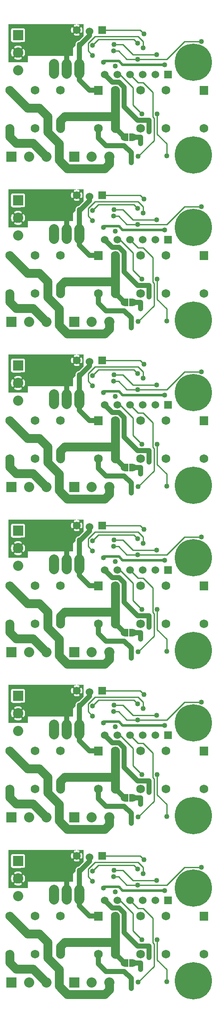
<source format=gbr>
G04 start of page 3 for group 1 idx 1 *
G04 Title: (unknown), bottom *
G04 Creator: pcb 20140316 *
G04 CreationDate: Mon 23 Jul 2018 02:23:11 AM GMT UTC *
G04 For: railfan *
G04 Format: Gerber/RS-274X *
G04 PCB-Dimensions (mil): 1700.00 7700.00 *
G04 PCB-Coordinate-Origin: lower left *
%MOIN*%
%FSLAX25Y25*%
%LNBOTTOM*%
%ADD47C,0.0450*%
%ADD46C,0.0472*%
%ADD45C,0.1285*%
%ADD44C,0.0380*%
%ADD43C,0.0310*%
%ADD42R,0.0300X0.0300*%
%ADD41C,0.0787*%
%ADD40C,0.0800*%
%ADD39C,0.2937*%
%ADD38C,0.0680*%
%ADD37C,0.0200*%
%ADD36C,0.0600*%
%ADD35C,0.0700*%
%ADD34C,0.0100*%
%ADD33C,0.0400*%
%ADD32C,0.0001*%
G54D32*G36*
X14673Y509000D02*X58000D01*
Y506492D01*
X57913Y506554D01*
X57808Y506607D01*
X57695Y506643D01*
X57579Y506660D01*
X57461Y506659D01*
X57344Y506640D01*
X57232Y506603D01*
X57127Y506548D01*
X57032Y506478D01*
X56949Y506394D01*
X56881Y506298D01*
X56830Y506192D01*
X56682Y505784D01*
X56578Y505363D01*
X56516Y504933D01*
X56495Y504500D01*
X56516Y504067D01*
X56578Y503637D01*
X56682Y503216D01*
X56825Y502806D01*
X56878Y502700D01*
X56947Y502604D01*
X57030Y502519D01*
X57125Y502449D01*
X57231Y502394D01*
X57343Y502357D01*
X57460Y502337D01*
X57579Y502336D01*
X57696Y502354D01*
X57809Y502390D01*
X57915Y502443D01*
X58000Y502504D01*
Y484000D01*
X56000D01*
Y489000D01*
X55972Y489471D01*
X55862Y489930D01*
X55681Y490366D01*
X55435Y490769D01*
X55128Y491128D01*
X54769Y491435D01*
X54366Y491681D01*
X53930Y491862D01*
X53471Y491972D01*
X53000Y492009D01*
X52529Y491972D01*
X52070Y491862D01*
X51634Y491681D01*
X51231Y491435D01*
X50872Y491128D01*
X50565Y490769D01*
X50319Y490366D01*
X50138Y489930D01*
X50028Y489471D01*
X50000Y489000D01*
Y484000D01*
X19455D01*
X19518Y484074D01*
X19578Y484176D01*
X19795Y484645D01*
X19962Y485134D01*
X20082Y485637D01*
X20155Y486149D01*
X20179Y486665D01*
X20155Y487181D01*
X20082Y487693D01*
X19962Y488196D01*
X19795Y488685D01*
X19583Y489157D01*
X19522Y489258D01*
X19445Y489349D01*
X19355Y489426D01*
X19253Y489488D01*
X19144Y489534D01*
X19028Y489562D01*
X18910Y489571D01*
X18792Y489562D01*
X18676Y489535D01*
X18566Y489489D01*
X18465Y489427D01*
X18375Y489351D01*
X18297Y489260D01*
X18235Y489159D01*
X18189Y489050D01*
X18162Y488934D01*
X18152Y488816D01*
X18161Y488697D01*
X18189Y488582D01*
X18236Y488473D01*
X18394Y488133D01*
X18515Y487777D01*
X18603Y487412D01*
X18655Y487040D01*
X18673Y486665D01*
X18655Y486290D01*
X18603Y485918D01*
X18515Y485553D01*
X18394Y485197D01*
X18240Y484855D01*
X18193Y484747D01*
X18166Y484632D01*
X18156Y484514D01*
X18166Y484397D01*
X18194Y484282D01*
X18239Y484173D01*
X18301Y484072D01*
X18363Y484000D01*
X14673D01*
Y490665D01*
X15048Y490647D01*
X15420Y490595D01*
X15785Y490507D01*
X16141Y490386D01*
X16483Y490232D01*
X16591Y490185D01*
X16706Y490158D01*
X16824Y490148D01*
X16941Y490158D01*
X17056Y490186D01*
X17165Y490231D01*
X17266Y490293D01*
X17355Y490370D01*
X17432Y490460D01*
X17493Y490560D01*
X17538Y490669D01*
X17566Y490784D01*
X17575Y490902D01*
X17565Y491020D01*
X17538Y491134D01*
X17492Y491243D01*
X17430Y491344D01*
X17354Y491434D01*
X17264Y491510D01*
X17162Y491570D01*
X16693Y491787D01*
X16204Y491954D01*
X15701Y492074D01*
X15189Y492147D01*
X14673Y492171D01*
Y494952D01*
X18908Y494959D01*
X19138Y495014D01*
X19356Y495104D01*
X19557Y495228D01*
X19737Y495381D01*
X19890Y495561D01*
X20014Y495762D01*
X20104Y495980D01*
X20159Y496210D01*
X20173Y496445D01*
X20159Y504680D01*
X20104Y504910D01*
X20014Y505128D01*
X19890Y505329D01*
X19737Y505509D01*
X19557Y505662D01*
X19356Y505786D01*
X19138Y505876D01*
X18908Y505931D01*
X18673Y505945D01*
X14673Y505938D01*
Y509000D01*
G37*
G36*
X7000Y484000D02*Y509000D01*
X14673D01*
Y505938D01*
X10438Y505931D01*
X10208Y505876D01*
X9990Y505786D01*
X9789Y505662D01*
X9609Y505509D01*
X9456Y505329D01*
X9332Y505128D01*
X9242Y504910D01*
X9187Y504680D01*
X9173Y504445D01*
X9187Y496210D01*
X9242Y495980D01*
X9332Y495762D01*
X9456Y495561D01*
X9609Y495381D01*
X9789Y495228D01*
X9990Y495104D01*
X10208Y495014D01*
X10438Y494959D01*
X10673Y494945D01*
X14673Y494952D01*
Y492171D01*
X14673D01*
X14157Y492147D01*
X13645Y492074D01*
X13142Y491954D01*
X12653Y491787D01*
X12181Y491575D01*
X12080Y491514D01*
X11989Y491437D01*
X11912Y491347D01*
X11850Y491245D01*
X11804Y491136D01*
X11776Y491020D01*
X11767Y490902D01*
X11776Y490784D01*
X11803Y490668D01*
X11849Y490558D01*
X11911Y490457D01*
X11987Y490367D01*
X12078Y490289D01*
X12179Y490227D01*
X12288Y490181D01*
X12404Y490154D01*
X12522Y490144D01*
X12641Y490153D01*
X12756Y490181D01*
X12865Y490228D01*
X13205Y490386D01*
X13561Y490507D01*
X13926Y490595D01*
X14298Y490647D01*
X14673Y490665D01*
Y484000D01*
X10989D01*
X11049Y484070D01*
X11111Y484171D01*
X11157Y484280D01*
X11184Y484396D01*
X11194Y484514D01*
X11185Y484633D01*
X11157Y484748D01*
X11110Y484857D01*
X10952Y485197D01*
X10831Y485553D01*
X10743Y485918D01*
X10691Y486290D01*
X10673Y486665D01*
X10691Y487040D01*
X10743Y487412D01*
X10831Y487777D01*
X10952Y488133D01*
X11106Y488475D01*
X11153Y488583D01*
X11180Y488698D01*
X11190Y488816D01*
X11180Y488933D01*
X11152Y489048D01*
X11107Y489157D01*
X11045Y489258D01*
X10968Y489347D01*
X10878Y489424D01*
X10778Y489485D01*
X10669Y489530D01*
X10554Y489558D01*
X10436Y489567D01*
X10318Y489557D01*
X10204Y489530D01*
X10095Y489484D01*
X9994Y489422D01*
X9904Y489346D01*
X9828Y489256D01*
X9768Y489154D01*
X9551Y488685D01*
X9384Y488196D01*
X9264Y487693D01*
X9191Y487181D01*
X9167Y486665D01*
X9191Y486149D01*
X9264Y485637D01*
X9384Y485134D01*
X9551Y484645D01*
X9763Y484173D01*
X9824Y484072D01*
X9885Y484000D01*
X7000D01*
G37*
G36*
X19166Y493500D02*X22500D01*
Y479000D01*
X19166D01*
Y483810D01*
X19251Y483846D01*
X19352Y483908D01*
X19442Y483984D01*
X19518Y484074D01*
X19578Y484176D01*
X19795Y484645D01*
X19962Y485134D01*
X20082Y485637D01*
X20155Y486149D01*
X20179Y486665D01*
X20155Y487181D01*
X20082Y487693D01*
X19962Y488196D01*
X19795Y488685D01*
X19583Y489157D01*
X19522Y489258D01*
X19445Y489349D01*
X19355Y489426D01*
X19253Y489488D01*
X19166Y489525D01*
Y493500D01*
G37*
G36*
X14675D02*X19166D01*
Y489525D01*
X19144Y489534D01*
X19028Y489562D01*
X18910Y489571D01*
X18792Y489562D01*
X18676Y489535D01*
X18566Y489489D01*
X18465Y489427D01*
X18375Y489351D01*
X18297Y489260D01*
X18235Y489159D01*
X18189Y489050D01*
X18162Y488934D01*
X18152Y488816D01*
X18161Y488697D01*
X18189Y488582D01*
X18236Y488473D01*
X18394Y488133D01*
X18515Y487777D01*
X18603Y487412D01*
X18655Y487040D01*
X18673Y486665D01*
X18655Y486290D01*
X18603Y485918D01*
X18515Y485553D01*
X18394Y485197D01*
X18240Y484855D01*
X18193Y484747D01*
X18166Y484632D01*
X18156Y484514D01*
X18166Y484397D01*
X18194Y484282D01*
X18239Y484173D01*
X18301Y484072D01*
X18378Y483983D01*
X18468Y483906D01*
X18568Y483845D01*
X18677Y483800D01*
X18792Y483772D01*
X18910Y483763D01*
X19028Y483773D01*
X19142Y483800D01*
X19166Y483810D01*
Y479000D01*
X14675D01*
Y481159D01*
X15189Y481183D01*
X15701Y481256D01*
X16204Y481376D01*
X16693Y481543D01*
X17165Y481755D01*
X17266Y481816D01*
X17357Y481893D01*
X17434Y481983D01*
X17496Y482085D01*
X17542Y482194D01*
X17570Y482310D01*
X17579Y482428D01*
X17570Y482546D01*
X17543Y482662D01*
X17497Y482772D01*
X17435Y482873D01*
X17359Y482963D01*
X17268Y483041D01*
X17167Y483103D01*
X17058Y483149D01*
X16942Y483176D01*
X16824Y483186D01*
X16705Y483177D01*
X16590Y483149D01*
X16481Y483102D01*
X16141Y482944D01*
X15785Y482823D01*
X15420Y482735D01*
X15048Y482683D01*
X14675Y482665D01*
Y490665D01*
X15048Y490647D01*
X15420Y490595D01*
X15785Y490507D01*
X16141Y490386D01*
X16483Y490232D01*
X16591Y490185D01*
X16706Y490158D01*
X16824Y490148D01*
X16941Y490158D01*
X17056Y490186D01*
X17165Y490231D01*
X17266Y490293D01*
X17355Y490370D01*
X17432Y490460D01*
X17493Y490560D01*
X17538Y490669D01*
X17566Y490784D01*
X17575Y490902D01*
X17565Y491020D01*
X17538Y491134D01*
X17492Y491243D01*
X17430Y491344D01*
X17354Y491434D01*
X17264Y491510D01*
X17162Y491570D01*
X16693Y491787D01*
X16204Y491954D01*
X15701Y492074D01*
X15189Y492147D01*
X14675Y492171D01*
Y493500D01*
G37*
G36*
X10180D02*X14675D01*
Y492171D01*
X14673Y492171D01*
X14157Y492147D01*
X13645Y492074D01*
X13142Y491954D01*
X12653Y491787D01*
X12181Y491575D01*
X12080Y491514D01*
X11989Y491437D01*
X11912Y491347D01*
X11850Y491245D01*
X11804Y491136D01*
X11776Y491020D01*
X11767Y490902D01*
X11776Y490784D01*
X11803Y490668D01*
X11849Y490558D01*
X11911Y490457D01*
X11987Y490367D01*
X12078Y490289D01*
X12179Y490227D01*
X12288Y490181D01*
X12404Y490154D01*
X12522Y490144D01*
X12641Y490153D01*
X12756Y490181D01*
X12865Y490228D01*
X13205Y490386D01*
X13561Y490507D01*
X13926Y490595D01*
X14298Y490647D01*
X14673Y490665D01*
X14675Y490665D01*
Y482665D01*
X14673Y482665D01*
X14298Y482683D01*
X13926Y482735D01*
X13561Y482823D01*
X13205Y482944D01*
X12863Y483098D01*
X12755Y483145D01*
X12640Y483172D01*
X12522Y483182D01*
X12405Y483172D01*
X12290Y483144D01*
X12181Y483099D01*
X12080Y483037D01*
X11991Y482960D01*
X11914Y482870D01*
X11853Y482770D01*
X11808Y482661D01*
X11780Y482546D01*
X11771Y482428D01*
X11781Y482310D01*
X11808Y482196D01*
X11854Y482087D01*
X11916Y481986D01*
X11992Y481896D01*
X12082Y481820D01*
X12184Y481760D01*
X12653Y481543D01*
X13142Y481376D01*
X13645Y481256D01*
X14157Y481183D01*
X14673Y481159D01*
X14675Y481159D01*
Y479000D01*
X10180D01*
Y483805D01*
X10202Y483796D01*
X10318Y483768D01*
X10436Y483759D01*
X10554Y483768D01*
X10670Y483795D01*
X10780Y483841D01*
X10881Y483903D01*
X10971Y483979D01*
X11049Y484070D01*
X11111Y484171D01*
X11157Y484280D01*
X11184Y484396D01*
X11194Y484514D01*
X11185Y484633D01*
X11157Y484748D01*
X11110Y484857D01*
X10952Y485197D01*
X10831Y485553D01*
X10743Y485918D01*
X10691Y486290D01*
X10673Y486665D01*
X10691Y487040D01*
X10743Y487412D01*
X10831Y487777D01*
X10952Y488133D01*
X11106Y488475D01*
X11153Y488583D01*
X11180Y488698D01*
X11190Y488816D01*
X11180Y488933D01*
X11152Y489048D01*
X11107Y489157D01*
X11045Y489258D01*
X10968Y489347D01*
X10878Y489424D01*
X10778Y489485D01*
X10669Y489530D01*
X10554Y489558D01*
X10436Y489567D01*
X10318Y489557D01*
X10204Y489530D01*
X10180Y489520D01*
Y493500D01*
G37*
G36*
X7000D02*X10180D01*
Y489520D01*
X10095Y489484D01*
X9994Y489422D01*
X9904Y489346D01*
X9828Y489256D01*
X9768Y489154D01*
X9551Y488685D01*
X9384Y488196D01*
X9264Y487693D01*
X9191Y487181D01*
X9167Y486665D01*
X9191Y486149D01*
X9264Y485637D01*
X9384Y485134D01*
X9551Y484645D01*
X9763Y484173D01*
X9824Y484072D01*
X9901Y483981D01*
X9991Y483904D01*
X10093Y483842D01*
X10180Y483805D01*
Y479000D01*
X7000D01*
Y493500D01*
G37*
G36*
X47500Y484000D02*Y492000D01*
X58000D01*
Y484000D01*
X47500D01*
G37*
G36*
X60000Y492500D02*X58000Y490500D01*
X56500D01*
Y500000D01*
X60892D01*
X61000Y499995D01*
X61108Y500000D01*
X66500D01*
Y499743D01*
X62747Y495989D01*
X62529Y495972D01*
X62070Y495862D01*
X61634Y495681D01*
X61231Y495435D01*
X60872Y495128D01*
X60565Y494769D01*
X60319Y494366D01*
X60138Y493930D01*
X60028Y493471D01*
X60000Y493000D01*
Y492500D01*
G37*
G36*
Y362500D02*X58000Y360500D01*
X56500D01*
Y370000D01*
X60892D01*
X61000Y369995D01*
X61108Y370000D01*
X66500D01*
Y369743D01*
X62747Y365989D01*
X62529Y365972D01*
X62070Y365862D01*
X61634Y365681D01*
X61231Y365435D01*
X60872Y365128D01*
X60565Y364769D01*
X60319Y364366D01*
X60138Y363930D01*
X60028Y363471D01*
X60000Y363000D01*
Y362500D01*
G37*
G36*
X64613Y379000D02*X66500D01*
Y373676D01*
X66486Y373500D01*
X66500Y373324D01*
Y369743D01*
X65757Y369000D01*
X64613D01*
Y372353D01*
X64656Y372360D01*
X64768Y372397D01*
X64873Y372452D01*
X64968Y372522D01*
X65051Y372606D01*
X65119Y372702D01*
X65170Y372808D01*
X65318Y373216D01*
X65422Y373637D01*
X65484Y374067D01*
X65505Y374500D01*
X65484Y374933D01*
X65422Y375363D01*
X65318Y375784D01*
X65175Y376194D01*
X65122Y376300D01*
X65053Y376396D01*
X64970Y376481D01*
X64875Y376551D01*
X64769Y376606D01*
X64657Y376643D01*
X64613Y376651D01*
Y379000D01*
G37*
G36*
X61002Y377500D02*X61289Y377486D01*
X61575Y377444D01*
X61855Y377376D01*
X62128Y377280D01*
X62239Y377242D01*
X62356Y377225D01*
X62474Y377225D01*
X62591Y377245D01*
X62703Y377282D01*
X62807Y377336D01*
X62902Y377406D01*
X62985Y377491D01*
X63054Y377587D01*
X63107Y377692D01*
X63143Y377805D01*
X63160Y377921D01*
X63159Y378039D01*
X63140Y378156D01*
X63103Y378268D01*
X63048Y378373D01*
X62978Y378468D01*
X62894Y378551D01*
X62798Y378619D01*
X62692Y378670D01*
X62284Y378818D01*
X61863Y378922D01*
X61433Y378984D01*
X61108Y379000D01*
X64613D01*
Y376651D01*
X64540Y376663D01*
X64421Y376664D01*
X64304Y376646D01*
X64191Y376610D01*
X64085Y376557D01*
X63988Y376488D01*
X63904Y376405D01*
X63833Y376309D01*
X63779Y376204D01*
X63741Y376092D01*
X63722Y375975D01*
X63721Y375856D01*
X63739Y375739D01*
X63777Y375626D01*
X63876Y375355D01*
X63944Y375075D01*
X63986Y374789D01*
X64000Y374500D01*
X63986Y374211D01*
X63944Y373925D01*
X63876Y373645D01*
X63780Y373372D01*
X63742Y373261D01*
X63725Y373144D01*
X63725Y373026D01*
X63745Y372909D01*
X63782Y372797D01*
X63836Y372693D01*
X63906Y372598D01*
X63991Y372515D01*
X64087Y372446D01*
X64192Y372393D01*
X64305Y372357D01*
X64421Y372340D01*
X64539Y372341D01*
X64613Y372353D01*
Y369000D01*
X61002D01*
Y369995D01*
X61433Y370016D01*
X61863Y370078D01*
X62284Y370182D01*
X62694Y370325D01*
X62800Y370378D01*
X62896Y370447D01*
X62981Y370530D01*
X63051Y370625D01*
X63106Y370731D01*
X63143Y370843D01*
X63163Y370960D01*
X63164Y371079D01*
X63146Y371196D01*
X63110Y371309D01*
X63057Y371415D01*
X62988Y371512D01*
X62905Y371596D01*
X62809Y371667D01*
X62704Y371721D01*
X62592Y371759D01*
X62475Y371778D01*
X62356Y371779D01*
X62239Y371761D01*
X62126Y371723D01*
X61855Y371624D01*
X61575Y371556D01*
X61289Y371514D01*
X61002Y371500D01*
Y377500D01*
G37*
G36*
X57387Y379000D02*X60892D01*
X60567Y378984D01*
X60137Y378922D01*
X59716Y378818D01*
X59306Y378675D01*
X59200Y378622D01*
X59104Y378553D01*
X59019Y378470D01*
X58949Y378375D01*
X58894Y378269D01*
X58857Y378157D01*
X58837Y378040D01*
X58836Y377921D01*
X58854Y377804D01*
X58890Y377691D01*
X58943Y377585D01*
X59012Y377488D01*
X59095Y377404D01*
X59191Y377333D01*
X59296Y377279D01*
X59408Y377241D01*
X59525Y377222D01*
X59644Y377221D01*
X59761Y377239D01*
X59874Y377277D01*
X60145Y377376D01*
X60425Y377444D01*
X60711Y377486D01*
X61000Y377500D01*
X61002Y377500D01*
Y371500D01*
X61000Y371500D01*
X60711Y371514D01*
X60425Y371556D01*
X60145Y371624D01*
X59872Y371720D01*
X59761Y371758D01*
X59644Y371775D01*
X59526Y371775D01*
X59409Y371755D01*
X59297Y371718D01*
X59193Y371664D01*
X59098Y371594D01*
X59015Y371509D01*
X58946Y371413D01*
X58893Y371308D01*
X58857Y371195D01*
X58840Y371079D01*
X58841Y370961D01*
X58860Y370844D01*
X58897Y370732D01*
X58952Y370627D01*
X59022Y370532D01*
X59106Y370449D01*
X59202Y370381D01*
X59308Y370330D01*
X59716Y370182D01*
X60137Y370078D01*
X60567Y370016D01*
X61000Y369995D01*
X61002Y369995D01*
Y369000D01*
X57387D01*
Y372349D01*
X57460Y372337D01*
X57579Y372336D01*
X57696Y372354D01*
X57809Y372390D01*
X57915Y372443D01*
X58012Y372512D01*
X58096Y372595D01*
X58167Y372691D01*
X58221Y372796D01*
X58259Y372908D01*
X58278Y373025D01*
X58279Y373144D01*
X58261Y373261D01*
X58223Y373374D01*
X58124Y373645D01*
X58056Y373925D01*
X58014Y374211D01*
X58000Y374500D01*
X58014Y374789D01*
X58056Y375075D01*
X58124Y375355D01*
X58220Y375628D01*
X58258Y375739D01*
X58275Y375856D01*
X58275Y375974D01*
X58255Y376091D01*
X58218Y376203D01*
X58164Y376307D01*
X58094Y376402D01*
X58009Y376485D01*
X57913Y376554D01*
X57808Y376607D01*
X57695Y376643D01*
X57579Y376660D01*
X57461Y376659D01*
X57387Y376647D01*
Y379000D01*
G37*
G36*
X55000Y369000D02*Y379000D01*
X57387D01*
Y376647D01*
X57344Y376640D01*
X57232Y376603D01*
X57127Y376548D01*
X57032Y376478D01*
X56949Y376394D01*
X56881Y376298D01*
X56830Y376192D01*
X56682Y375784D01*
X56578Y375363D01*
X56516Y374933D01*
X56495Y374500D01*
X56516Y374067D01*
X56578Y373637D01*
X56682Y373216D01*
X56825Y372806D01*
X56878Y372700D01*
X56947Y372604D01*
X57030Y372519D01*
X57125Y372449D01*
X57231Y372394D01*
X57343Y372357D01*
X57387Y372349D01*
Y369000D01*
X55000D01*
G37*
G36*
X64613Y509000D02*X66500D01*
Y503676D01*
X66486Y503500D01*
X66500Y503324D01*
Y499743D01*
X65757Y499000D01*
X64613D01*
Y502353D01*
X64656Y502360D01*
X64768Y502397D01*
X64873Y502452D01*
X64968Y502522D01*
X65051Y502606D01*
X65119Y502702D01*
X65170Y502808D01*
X65318Y503216D01*
X65422Y503637D01*
X65484Y504067D01*
X65505Y504500D01*
X65484Y504933D01*
X65422Y505363D01*
X65318Y505784D01*
X65175Y506194D01*
X65122Y506300D01*
X65053Y506396D01*
X64970Y506481D01*
X64875Y506551D01*
X64769Y506606D01*
X64657Y506643D01*
X64613Y506651D01*
Y509000D01*
G37*
G36*
X61002Y507500D02*X61289Y507486D01*
X61575Y507444D01*
X61855Y507376D01*
X62128Y507280D01*
X62239Y507242D01*
X62356Y507225D01*
X62474Y507225D01*
X62591Y507245D01*
X62703Y507282D01*
X62807Y507336D01*
X62902Y507406D01*
X62985Y507491D01*
X63054Y507587D01*
X63107Y507692D01*
X63143Y507805D01*
X63160Y507921D01*
X63159Y508039D01*
X63140Y508156D01*
X63103Y508268D01*
X63048Y508373D01*
X62978Y508468D01*
X62894Y508551D01*
X62798Y508619D01*
X62692Y508670D01*
X62284Y508818D01*
X61863Y508922D01*
X61433Y508984D01*
X61108Y509000D01*
X64613D01*
Y506651D01*
X64540Y506663D01*
X64421Y506664D01*
X64304Y506646D01*
X64191Y506610D01*
X64085Y506557D01*
X63988Y506488D01*
X63904Y506405D01*
X63833Y506309D01*
X63779Y506204D01*
X63741Y506092D01*
X63722Y505975D01*
X63721Y505856D01*
X63739Y505739D01*
X63777Y505626D01*
X63876Y505355D01*
X63944Y505075D01*
X63986Y504789D01*
X64000Y504500D01*
X63986Y504211D01*
X63944Y503925D01*
X63876Y503645D01*
X63780Y503372D01*
X63742Y503261D01*
X63725Y503144D01*
X63725Y503026D01*
X63745Y502909D01*
X63782Y502797D01*
X63836Y502693D01*
X63906Y502598D01*
X63991Y502515D01*
X64087Y502446D01*
X64192Y502393D01*
X64305Y502357D01*
X64421Y502340D01*
X64539Y502341D01*
X64613Y502353D01*
Y499000D01*
X61002D01*
Y499995D01*
X61433Y500016D01*
X61863Y500078D01*
X62284Y500182D01*
X62694Y500325D01*
X62800Y500378D01*
X62896Y500447D01*
X62981Y500530D01*
X63051Y500625D01*
X63106Y500731D01*
X63143Y500843D01*
X63163Y500960D01*
X63164Y501079D01*
X63146Y501196D01*
X63110Y501309D01*
X63057Y501415D01*
X62988Y501512D01*
X62905Y501596D01*
X62809Y501667D01*
X62704Y501721D01*
X62592Y501759D01*
X62475Y501778D01*
X62356Y501779D01*
X62239Y501761D01*
X62126Y501723D01*
X61855Y501624D01*
X61575Y501556D01*
X61289Y501514D01*
X61002Y501500D01*
Y507500D01*
G37*
G36*
X57387Y509000D02*X60892D01*
X60567Y508984D01*
X60137Y508922D01*
X59716Y508818D01*
X59306Y508675D01*
X59200Y508622D01*
X59104Y508553D01*
X59019Y508470D01*
X58949Y508375D01*
X58894Y508269D01*
X58857Y508157D01*
X58837Y508040D01*
X58836Y507921D01*
X58854Y507804D01*
X58890Y507691D01*
X58943Y507585D01*
X59012Y507488D01*
X59095Y507404D01*
X59191Y507333D01*
X59296Y507279D01*
X59408Y507241D01*
X59525Y507222D01*
X59644Y507221D01*
X59761Y507239D01*
X59874Y507277D01*
X60145Y507376D01*
X60425Y507444D01*
X60711Y507486D01*
X61000Y507500D01*
X61002Y507500D01*
Y501500D01*
X61000Y501500D01*
X60711Y501514D01*
X60425Y501556D01*
X60145Y501624D01*
X59872Y501720D01*
X59761Y501758D01*
X59644Y501775D01*
X59526Y501775D01*
X59409Y501755D01*
X59297Y501718D01*
X59193Y501664D01*
X59098Y501594D01*
X59015Y501509D01*
X58946Y501413D01*
X58893Y501308D01*
X58857Y501195D01*
X58840Y501079D01*
X58841Y500961D01*
X58860Y500844D01*
X58897Y500732D01*
X58952Y500627D01*
X59022Y500532D01*
X59106Y500449D01*
X59202Y500381D01*
X59308Y500330D01*
X59716Y500182D01*
X60137Y500078D01*
X60567Y500016D01*
X61000Y499995D01*
X61002Y499995D01*
Y499000D01*
X57387D01*
Y502349D01*
X57460Y502337D01*
X57579Y502336D01*
X57696Y502354D01*
X57809Y502390D01*
X57915Y502443D01*
X58012Y502512D01*
X58096Y502595D01*
X58167Y502691D01*
X58221Y502796D01*
X58259Y502908D01*
X58278Y503025D01*
X58279Y503144D01*
X58261Y503261D01*
X58223Y503374D01*
X58124Y503645D01*
X58056Y503925D01*
X58014Y504211D01*
X58000Y504500D01*
X58014Y504789D01*
X58056Y505075D01*
X58124Y505355D01*
X58220Y505628D01*
X58258Y505739D01*
X58275Y505856D01*
X58275Y505974D01*
X58255Y506091D01*
X58218Y506203D01*
X58164Y506307D01*
X58094Y506402D01*
X58009Y506485D01*
X57913Y506554D01*
X57808Y506607D01*
X57695Y506643D01*
X57579Y506660D01*
X57461Y506659D01*
X57387Y506647D01*
Y509000D01*
G37*
G36*
X55000Y499000D02*Y509000D01*
X57387D01*
Y506647D01*
X57344Y506640D01*
X57232Y506603D01*
X57127Y506548D01*
X57032Y506478D01*
X56949Y506394D01*
X56881Y506298D01*
X56830Y506192D01*
X56682Y505784D01*
X56578Y505363D01*
X56516Y504933D01*
X56495Y504500D01*
X56516Y504067D01*
X56578Y503637D01*
X56682Y503216D01*
X56825Y502806D01*
X56878Y502700D01*
X56947Y502604D01*
X57030Y502519D01*
X57125Y502449D01*
X57231Y502394D01*
X57343Y502357D01*
X57387Y502349D01*
Y499000D01*
X55000D01*
G37*
G36*
X14673Y379000D02*X58000D01*
Y376492D01*
X57913Y376554D01*
X57808Y376607D01*
X57695Y376643D01*
X57579Y376660D01*
X57461Y376659D01*
X57344Y376640D01*
X57232Y376603D01*
X57127Y376548D01*
X57032Y376478D01*
X56949Y376394D01*
X56881Y376298D01*
X56830Y376192D01*
X56682Y375784D01*
X56578Y375363D01*
X56516Y374933D01*
X56495Y374500D01*
X56516Y374067D01*
X56578Y373637D01*
X56682Y373216D01*
X56825Y372806D01*
X56878Y372700D01*
X56947Y372604D01*
X57030Y372519D01*
X57125Y372449D01*
X57231Y372394D01*
X57343Y372357D01*
X57460Y372337D01*
X57579Y372336D01*
X57696Y372354D01*
X57809Y372390D01*
X57915Y372443D01*
X58000Y372504D01*
Y354000D01*
X56000D01*
Y359000D01*
X55972Y359471D01*
X55862Y359930D01*
X55681Y360366D01*
X55435Y360769D01*
X55128Y361128D01*
X54769Y361435D01*
X54366Y361681D01*
X53930Y361862D01*
X53471Y361972D01*
X53000Y362009D01*
X52529Y361972D01*
X52070Y361862D01*
X51634Y361681D01*
X51231Y361435D01*
X50872Y361128D01*
X50565Y360769D01*
X50319Y360366D01*
X50138Y359930D01*
X50028Y359471D01*
X50000Y359000D01*
Y354000D01*
X19455D01*
X19518Y354074D01*
X19578Y354176D01*
X19795Y354645D01*
X19962Y355134D01*
X20082Y355637D01*
X20155Y356149D01*
X20179Y356665D01*
X20155Y357181D01*
X20082Y357693D01*
X19962Y358196D01*
X19795Y358685D01*
X19583Y359157D01*
X19522Y359258D01*
X19445Y359349D01*
X19355Y359426D01*
X19253Y359488D01*
X19144Y359534D01*
X19028Y359562D01*
X18910Y359571D01*
X18792Y359562D01*
X18676Y359535D01*
X18566Y359489D01*
X18465Y359427D01*
X18375Y359351D01*
X18297Y359260D01*
X18235Y359159D01*
X18189Y359050D01*
X18162Y358934D01*
X18152Y358816D01*
X18161Y358697D01*
X18189Y358582D01*
X18236Y358473D01*
X18394Y358133D01*
X18515Y357777D01*
X18603Y357412D01*
X18655Y357040D01*
X18673Y356665D01*
X18655Y356290D01*
X18603Y355918D01*
X18515Y355553D01*
X18394Y355197D01*
X18240Y354855D01*
X18193Y354747D01*
X18166Y354632D01*
X18156Y354514D01*
X18166Y354397D01*
X18194Y354282D01*
X18239Y354173D01*
X18301Y354072D01*
X18363Y354000D01*
X14673D01*
Y360665D01*
X15048Y360647D01*
X15420Y360595D01*
X15785Y360507D01*
X16141Y360386D01*
X16483Y360232D01*
X16591Y360185D01*
X16706Y360158D01*
X16824Y360148D01*
X16941Y360158D01*
X17056Y360186D01*
X17165Y360231D01*
X17266Y360293D01*
X17355Y360370D01*
X17432Y360460D01*
X17493Y360560D01*
X17538Y360669D01*
X17566Y360784D01*
X17575Y360902D01*
X17565Y361020D01*
X17538Y361134D01*
X17492Y361243D01*
X17430Y361344D01*
X17354Y361434D01*
X17264Y361510D01*
X17162Y361570D01*
X16693Y361787D01*
X16204Y361954D01*
X15701Y362074D01*
X15189Y362147D01*
X14673Y362171D01*
Y364952D01*
X18908Y364959D01*
X19138Y365014D01*
X19356Y365104D01*
X19557Y365228D01*
X19737Y365381D01*
X19890Y365561D01*
X20014Y365762D01*
X20104Y365980D01*
X20159Y366210D01*
X20173Y366445D01*
X20159Y374680D01*
X20104Y374910D01*
X20014Y375128D01*
X19890Y375329D01*
X19737Y375509D01*
X19557Y375662D01*
X19356Y375786D01*
X19138Y375876D01*
X18908Y375931D01*
X18673Y375945D01*
X14673Y375938D01*
Y379000D01*
G37*
G36*
X7000Y354000D02*Y379000D01*
X14673D01*
Y375938D01*
X10438Y375931D01*
X10208Y375876D01*
X9990Y375786D01*
X9789Y375662D01*
X9609Y375509D01*
X9456Y375329D01*
X9332Y375128D01*
X9242Y374910D01*
X9187Y374680D01*
X9173Y374445D01*
X9187Y366210D01*
X9242Y365980D01*
X9332Y365762D01*
X9456Y365561D01*
X9609Y365381D01*
X9789Y365228D01*
X9990Y365104D01*
X10208Y365014D01*
X10438Y364959D01*
X10673Y364945D01*
X14673Y364952D01*
Y362171D01*
X14673D01*
X14157Y362147D01*
X13645Y362074D01*
X13142Y361954D01*
X12653Y361787D01*
X12181Y361575D01*
X12080Y361514D01*
X11989Y361437D01*
X11912Y361347D01*
X11850Y361245D01*
X11804Y361136D01*
X11776Y361020D01*
X11767Y360902D01*
X11776Y360784D01*
X11803Y360668D01*
X11849Y360558D01*
X11911Y360457D01*
X11987Y360367D01*
X12078Y360289D01*
X12179Y360227D01*
X12288Y360181D01*
X12404Y360154D01*
X12522Y360144D01*
X12641Y360153D01*
X12756Y360181D01*
X12865Y360228D01*
X13205Y360386D01*
X13561Y360507D01*
X13926Y360595D01*
X14298Y360647D01*
X14673Y360665D01*
Y354000D01*
X10989D01*
X11049Y354070D01*
X11111Y354171D01*
X11157Y354280D01*
X11184Y354396D01*
X11194Y354514D01*
X11185Y354633D01*
X11157Y354748D01*
X11110Y354857D01*
X10952Y355197D01*
X10831Y355553D01*
X10743Y355918D01*
X10691Y356290D01*
X10673Y356665D01*
X10691Y357040D01*
X10743Y357412D01*
X10831Y357777D01*
X10952Y358133D01*
X11106Y358475D01*
X11153Y358583D01*
X11180Y358698D01*
X11190Y358816D01*
X11180Y358933D01*
X11152Y359048D01*
X11107Y359157D01*
X11045Y359258D01*
X10968Y359347D01*
X10878Y359424D01*
X10778Y359485D01*
X10669Y359530D01*
X10554Y359558D01*
X10436Y359567D01*
X10318Y359557D01*
X10204Y359530D01*
X10095Y359484D01*
X9994Y359422D01*
X9904Y359346D01*
X9828Y359256D01*
X9768Y359154D01*
X9551Y358685D01*
X9384Y358196D01*
X9264Y357693D01*
X9191Y357181D01*
X9167Y356665D01*
X9191Y356149D01*
X9264Y355637D01*
X9384Y355134D01*
X9551Y354645D01*
X9763Y354173D01*
X9824Y354072D01*
X9885Y354000D01*
X7000D01*
G37*
G36*
X19166Y363500D02*X22500D01*
Y349000D01*
X19166D01*
Y353810D01*
X19251Y353846D01*
X19352Y353908D01*
X19442Y353984D01*
X19518Y354074D01*
X19578Y354176D01*
X19795Y354645D01*
X19962Y355134D01*
X20082Y355637D01*
X20155Y356149D01*
X20179Y356665D01*
X20155Y357181D01*
X20082Y357693D01*
X19962Y358196D01*
X19795Y358685D01*
X19583Y359157D01*
X19522Y359258D01*
X19445Y359349D01*
X19355Y359426D01*
X19253Y359488D01*
X19166Y359525D01*
Y363500D01*
G37*
G36*
X14675D02*X19166D01*
Y359525D01*
X19144Y359534D01*
X19028Y359562D01*
X18910Y359571D01*
X18792Y359562D01*
X18676Y359535D01*
X18566Y359489D01*
X18465Y359427D01*
X18375Y359351D01*
X18297Y359260D01*
X18235Y359159D01*
X18189Y359050D01*
X18162Y358934D01*
X18152Y358816D01*
X18161Y358697D01*
X18189Y358582D01*
X18236Y358473D01*
X18394Y358133D01*
X18515Y357777D01*
X18603Y357412D01*
X18655Y357040D01*
X18673Y356665D01*
X18655Y356290D01*
X18603Y355918D01*
X18515Y355553D01*
X18394Y355197D01*
X18240Y354855D01*
X18193Y354747D01*
X18166Y354632D01*
X18156Y354514D01*
X18166Y354397D01*
X18194Y354282D01*
X18239Y354173D01*
X18301Y354072D01*
X18378Y353983D01*
X18468Y353906D01*
X18568Y353845D01*
X18677Y353800D01*
X18792Y353772D01*
X18910Y353763D01*
X19028Y353773D01*
X19142Y353800D01*
X19166Y353810D01*
Y349000D01*
X14675D01*
Y351159D01*
X15189Y351183D01*
X15701Y351256D01*
X16204Y351376D01*
X16693Y351543D01*
X17165Y351755D01*
X17266Y351816D01*
X17357Y351893D01*
X17434Y351983D01*
X17496Y352085D01*
X17542Y352194D01*
X17570Y352310D01*
X17579Y352428D01*
X17570Y352546D01*
X17543Y352662D01*
X17497Y352772D01*
X17435Y352873D01*
X17359Y352963D01*
X17268Y353041D01*
X17167Y353103D01*
X17058Y353149D01*
X16942Y353176D01*
X16824Y353186D01*
X16705Y353177D01*
X16590Y353149D01*
X16481Y353102D01*
X16141Y352944D01*
X15785Y352823D01*
X15420Y352735D01*
X15048Y352683D01*
X14675Y352665D01*
Y360665D01*
X15048Y360647D01*
X15420Y360595D01*
X15785Y360507D01*
X16141Y360386D01*
X16483Y360232D01*
X16591Y360185D01*
X16706Y360158D01*
X16824Y360148D01*
X16941Y360158D01*
X17056Y360186D01*
X17165Y360231D01*
X17266Y360293D01*
X17355Y360370D01*
X17432Y360460D01*
X17493Y360560D01*
X17538Y360669D01*
X17566Y360784D01*
X17575Y360902D01*
X17565Y361020D01*
X17538Y361134D01*
X17492Y361243D01*
X17430Y361344D01*
X17354Y361434D01*
X17264Y361510D01*
X17162Y361570D01*
X16693Y361787D01*
X16204Y361954D01*
X15701Y362074D01*
X15189Y362147D01*
X14675Y362171D01*
Y363500D01*
G37*
G36*
X10180D02*X14675D01*
Y362171D01*
X14673Y362171D01*
X14157Y362147D01*
X13645Y362074D01*
X13142Y361954D01*
X12653Y361787D01*
X12181Y361575D01*
X12080Y361514D01*
X11989Y361437D01*
X11912Y361347D01*
X11850Y361245D01*
X11804Y361136D01*
X11776Y361020D01*
X11767Y360902D01*
X11776Y360784D01*
X11803Y360668D01*
X11849Y360558D01*
X11911Y360457D01*
X11987Y360367D01*
X12078Y360289D01*
X12179Y360227D01*
X12288Y360181D01*
X12404Y360154D01*
X12522Y360144D01*
X12641Y360153D01*
X12756Y360181D01*
X12865Y360228D01*
X13205Y360386D01*
X13561Y360507D01*
X13926Y360595D01*
X14298Y360647D01*
X14673Y360665D01*
X14675Y360665D01*
Y352665D01*
X14673Y352665D01*
X14298Y352683D01*
X13926Y352735D01*
X13561Y352823D01*
X13205Y352944D01*
X12863Y353098D01*
X12755Y353145D01*
X12640Y353172D01*
X12522Y353182D01*
X12405Y353172D01*
X12290Y353144D01*
X12181Y353099D01*
X12080Y353037D01*
X11991Y352960D01*
X11914Y352870D01*
X11853Y352770D01*
X11808Y352661D01*
X11780Y352546D01*
X11771Y352428D01*
X11781Y352310D01*
X11808Y352196D01*
X11854Y352087D01*
X11916Y351986D01*
X11992Y351896D01*
X12082Y351820D01*
X12184Y351760D01*
X12653Y351543D01*
X13142Y351376D01*
X13645Y351256D01*
X14157Y351183D01*
X14673Y351159D01*
X14675Y351159D01*
Y349000D01*
X10180D01*
Y353805D01*
X10202Y353796D01*
X10318Y353768D01*
X10436Y353759D01*
X10554Y353768D01*
X10670Y353795D01*
X10780Y353841D01*
X10881Y353903D01*
X10971Y353979D01*
X11049Y354070D01*
X11111Y354171D01*
X11157Y354280D01*
X11184Y354396D01*
X11194Y354514D01*
X11185Y354633D01*
X11157Y354748D01*
X11110Y354857D01*
X10952Y355197D01*
X10831Y355553D01*
X10743Y355918D01*
X10691Y356290D01*
X10673Y356665D01*
X10691Y357040D01*
X10743Y357412D01*
X10831Y357777D01*
X10952Y358133D01*
X11106Y358475D01*
X11153Y358583D01*
X11180Y358698D01*
X11190Y358816D01*
X11180Y358933D01*
X11152Y359048D01*
X11107Y359157D01*
X11045Y359258D01*
X10968Y359347D01*
X10878Y359424D01*
X10778Y359485D01*
X10669Y359530D01*
X10554Y359558D01*
X10436Y359567D01*
X10318Y359557D01*
X10204Y359530D01*
X10180Y359520D01*
Y363500D01*
G37*
G36*
X7000D02*X10180D01*
Y359520D01*
X10095Y359484D01*
X9994Y359422D01*
X9904Y359346D01*
X9828Y359256D01*
X9768Y359154D01*
X9551Y358685D01*
X9384Y358196D01*
X9264Y357693D01*
X9191Y357181D01*
X9167Y356665D01*
X9191Y356149D01*
X9264Y355637D01*
X9384Y355134D01*
X9551Y354645D01*
X9763Y354173D01*
X9824Y354072D01*
X9901Y353981D01*
X9991Y353904D01*
X10093Y353842D01*
X10180Y353805D01*
Y349000D01*
X7000D01*
Y363500D01*
G37*
G36*
X47500Y354000D02*Y362000D01*
X58000D01*
Y354000D01*
X47500D01*
G37*
G36*
X14673Y639000D02*X58000D01*
Y636492D01*
X57913Y636554D01*
X57808Y636607D01*
X57695Y636643D01*
X57579Y636660D01*
X57461Y636659D01*
X57344Y636640D01*
X57232Y636603D01*
X57127Y636548D01*
X57032Y636478D01*
X56949Y636394D01*
X56881Y636298D01*
X56830Y636192D01*
X56682Y635784D01*
X56578Y635363D01*
X56516Y634933D01*
X56495Y634500D01*
X56516Y634067D01*
X56578Y633637D01*
X56682Y633216D01*
X56825Y632806D01*
X56878Y632700D01*
X56947Y632604D01*
X57030Y632519D01*
X57125Y632449D01*
X57231Y632394D01*
X57343Y632357D01*
X57460Y632337D01*
X57579Y632336D01*
X57696Y632354D01*
X57809Y632390D01*
X57915Y632443D01*
X58000Y632504D01*
Y614000D01*
X56000D01*
Y619000D01*
X55972Y619471D01*
X55862Y619930D01*
X55681Y620366D01*
X55435Y620769D01*
X55128Y621128D01*
X54769Y621435D01*
X54366Y621681D01*
X53930Y621862D01*
X53471Y621972D01*
X53000Y622009D01*
X52529Y621972D01*
X52070Y621862D01*
X51634Y621681D01*
X51231Y621435D01*
X50872Y621128D01*
X50565Y620769D01*
X50319Y620366D01*
X50138Y619930D01*
X50028Y619471D01*
X50000Y619000D01*
Y614000D01*
X19455D01*
X19518Y614074D01*
X19578Y614176D01*
X19795Y614645D01*
X19962Y615134D01*
X20082Y615637D01*
X20155Y616149D01*
X20179Y616665D01*
X20155Y617181D01*
X20082Y617693D01*
X19962Y618196D01*
X19795Y618685D01*
X19583Y619157D01*
X19522Y619258D01*
X19445Y619349D01*
X19355Y619426D01*
X19253Y619488D01*
X19144Y619534D01*
X19028Y619562D01*
X18910Y619571D01*
X18792Y619562D01*
X18676Y619535D01*
X18566Y619489D01*
X18465Y619427D01*
X18375Y619351D01*
X18297Y619260D01*
X18235Y619159D01*
X18189Y619050D01*
X18162Y618934D01*
X18152Y618816D01*
X18161Y618697D01*
X18189Y618582D01*
X18236Y618473D01*
X18394Y618133D01*
X18515Y617777D01*
X18603Y617412D01*
X18655Y617040D01*
X18673Y616665D01*
X18655Y616290D01*
X18603Y615918D01*
X18515Y615553D01*
X18394Y615197D01*
X18240Y614855D01*
X18193Y614747D01*
X18166Y614632D01*
X18156Y614514D01*
X18166Y614397D01*
X18194Y614282D01*
X18239Y614173D01*
X18301Y614072D01*
X18363Y614000D01*
X14673D01*
Y620665D01*
X15048Y620647D01*
X15420Y620595D01*
X15785Y620507D01*
X16141Y620386D01*
X16483Y620232D01*
X16591Y620185D01*
X16706Y620158D01*
X16824Y620148D01*
X16941Y620158D01*
X17056Y620186D01*
X17165Y620231D01*
X17266Y620293D01*
X17355Y620370D01*
X17432Y620460D01*
X17493Y620560D01*
X17538Y620669D01*
X17566Y620784D01*
X17575Y620902D01*
X17565Y621020D01*
X17538Y621134D01*
X17492Y621243D01*
X17430Y621344D01*
X17354Y621434D01*
X17264Y621510D01*
X17162Y621570D01*
X16693Y621787D01*
X16204Y621954D01*
X15701Y622074D01*
X15189Y622147D01*
X14673Y622171D01*
Y624952D01*
X18908Y624959D01*
X19138Y625014D01*
X19356Y625104D01*
X19557Y625228D01*
X19737Y625381D01*
X19890Y625561D01*
X20014Y625762D01*
X20104Y625980D01*
X20159Y626210D01*
X20173Y626445D01*
X20159Y634680D01*
X20104Y634910D01*
X20014Y635128D01*
X19890Y635329D01*
X19737Y635509D01*
X19557Y635662D01*
X19356Y635786D01*
X19138Y635876D01*
X18908Y635931D01*
X18673Y635945D01*
X14673Y635938D01*
Y639000D01*
G37*
G36*
X7000Y614000D02*Y639000D01*
X14673D01*
Y635938D01*
X10438Y635931D01*
X10208Y635876D01*
X9990Y635786D01*
X9789Y635662D01*
X9609Y635509D01*
X9456Y635329D01*
X9332Y635128D01*
X9242Y634910D01*
X9187Y634680D01*
X9173Y634445D01*
X9187Y626210D01*
X9242Y625980D01*
X9332Y625762D01*
X9456Y625561D01*
X9609Y625381D01*
X9789Y625228D01*
X9990Y625104D01*
X10208Y625014D01*
X10438Y624959D01*
X10673Y624945D01*
X14673Y624952D01*
Y622171D01*
X14673D01*
X14157Y622147D01*
X13645Y622074D01*
X13142Y621954D01*
X12653Y621787D01*
X12181Y621575D01*
X12080Y621514D01*
X11989Y621437D01*
X11912Y621347D01*
X11850Y621245D01*
X11804Y621136D01*
X11776Y621020D01*
X11767Y620902D01*
X11776Y620784D01*
X11803Y620668D01*
X11849Y620558D01*
X11911Y620457D01*
X11987Y620367D01*
X12078Y620289D01*
X12179Y620227D01*
X12288Y620181D01*
X12404Y620154D01*
X12522Y620144D01*
X12641Y620153D01*
X12756Y620181D01*
X12865Y620228D01*
X13205Y620386D01*
X13561Y620507D01*
X13926Y620595D01*
X14298Y620647D01*
X14673Y620665D01*
Y614000D01*
X10989D01*
X11049Y614070D01*
X11111Y614171D01*
X11157Y614280D01*
X11184Y614396D01*
X11194Y614514D01*
X11185Y614633D01*
X11157Y614748D01*
X11110Y614857D01*
X10952Y615197D01*
X10831Y615553D01*
X10743Y615918D01*
X10691Y616290D01*
X10673Y616665D01*
X10691Y617040D01*
X10743Y617412D01*
X10831Y617777D01*
X10952Y618133D01*
X11106Y618475D01*
X11153Y618583D01*
X11180Y618698D01*
X11190Y618816D01*
X11180Y618933D01*
X11152Y619048D01*
X11107Y619157D01*
X11045Y619258D01*
X10968Y619347D01*
X10878Y619424D01*
X10778Y619485D01*
X10669Y619530D01*
X10554Y619558D01*
X10436Y619567D01*
X10318Y619557D01*
X10204Y619530D01*
X10095Y619484D01*
X9994Y619422D01*
X9904Y619346D01*
X9828Y619256D01*
X9768Y619154D01*
X9551Y618685D01*
X9384Y618196D01*
X9264Y617693D01*
X9191Y617181D01*
X9167Y616665D01*
X9191Y616149D01*
X9264Y615637D01*
X9384Y615134D01*
X9551Y614645D01*
X9763Y614173D01*
X9824Y614072D01*
X9885Y614000D01*
X7000D01*
G37*
G36*
X60000Y622500D02*X58000Y620500D01*
X56500D01*
Y630000D01*
X60892D01*
X61000Y629995D01*
X61108Y630000D01*
X66500D01*
Y629743D01*
X62747Y625989D01*
X62529Y625972D01*
X62070Y625862D01*
X61634Y625681D01*
X61231Y625435D01*
X60872Y625128D01*
X60565Y624769D01*
X60319Y624366D01*
X60138Y623930D01*
X60028Y623471D01*
X60000Y623000D01*
Y622500D01*
G37*
G36*
X64613Y639000D02*X66500D01*
Y633676D01*
X66486Y633500D01*
X66500Y633324D01*
Y629743D01*
X65757Y629000D01*
X64613D01*
Y632353D01*
X64656Y632360D01*
X64768Y632397D01*
X64873Y632452D01*
X64968Y632522D01*
X65051Y632606D01*
X65119Y632702D01*
X65170Y632808D01*
X65318Y633216D01*
X65422Y633637D01*
X65484Y634067D01*
X65505Y634500D01*
X65484Y634933D01*
X65422Y635363D01*
X65318Y635784D01*
X65175Y636194D01*
X65122Y636300D01*
X65053Y636396D01*
X64970Y636481D01*
X64875Y636551D01*
X64769Y636606D01*
X64657Y636643D01*
X64613Y636651D01*
Y639000D01*
G37*
G36*
X61002Y637500D02*X61289Y637486D01*
X61575Y637444D01*
X61855Y637376D01*
X62128Y637280D01*
X62239Y637242D01*
X62356Y637225D01*
X62474Y637225D01*
X62591Y637245D01*
X62703Y637282D01*
X62807Y637336D01*
X62902Y637406D01*
X62985Y637491D01*
X63054Y637587D01*
X63107Y637692D01*
X63143Y637805D01*
X63160Y637921D01*
X63159Y638039D01*
X63140Y638156D01*
X63103Y638268D01*
X63048Y638373D01*
X62978Y638468D01*
X62894Y638551D01*
X62798Y638619D01*
X62692Y638670D01*
X62284Y638818D01*
X61863Y638922D01*
X61433Y638984D01*
X61108Y639000D01*
X64613D01*
Y636651D01*
X64540Y636663D01*
X64421Y636664D01*
X64304Y636646D01*
X64191Y636610D01*
X64085Y636557D01*
X63988Y636488D01*
X63904Y636405D01*
X63833Y636309D01*
X63779Y636204D01*
X63741Y636092D01*
X63722Y635975D01*
X63721Y635856D01*
X63739Y635739D01*
X63777Y635626D01*
X63876Y635355D01*
X63944Y635075D01*
X63986Y634789D01*
X64000Y634500D01*
X63986Y634211D01*
X63944Y633925D01*
X63876Y633645D01*
X63780Y633372D01*
X63742Y633261D01*
X63725Y633144D01*
X63725Y633026D01*
X63745Y632909D01*
X63782Y632797D01*
X63836Y632693D01*
X63906Y632598D01*
X63991Y632515D01*
X64087Y632446D01*
X64192Y632393D01*
X64305Y632357D01*
X64421Y632340D01*
X64539Y632341D01*
X64613Y632353D01*
Y629000D01*
X61002D01*
Y629995D01*
X61433Y630016D01*
X61863Y630078D01*
X62284Y630182D01*
X62694Y630325D01*
X62800Y630378D01*
X62896Y630447D01*
X62981Y630530D01*
X63051Y630625D01*
X63106Y630731D01*
X63143Y630843D01*
X63163Y630960D01*
X63164Y631079D01*
X63146Y631196D01*
X63110Y631309D01*
X63057Y631415D01*
X62988Y631512D01*
X62905Y631596D01*
X62809Y631667D01*
X62704Y631721D01*
X62592Y631759D01*
X62475Y631778D01*
X62356Y631779D01*
X62239Y631761D01*
X62126Y631723D01*
X61855Y631624D01*
X61575Y631556D01*
X61289Y631514D01*
X61002Y631500D01*
Y637500D01*
G37*
G36*
X57387Y639000D02*X60892D01*
X60567Y638984D01*
X60137Y638922D01*
X59716Y638818D01*
X59306Y638675D01*
X59200Y638622D01*
X59104Y638553D01*
X59019Y638470D01*
X58949Y638375D01*
X58894Y638269D01*
X58857Y638157D01*
X58837Y638040D01*
X58836Y637921D01*
X58854Y637804D01*
X58890Y637691D01*
X58943Y637585D01*
X59012Y637488D01*
X59095Y637404D01*
X59191Y637333D01*
X59296Y637279D01*
X59408Y637241D01*
X59525Y637222D01*
X59644Y637221D01*
X59761Y637239D01*
X59874Y637277D01*
X60145Y637376D01*
X60425Y637444D01*
X60711Y637486D01*
X61000Y637500D01*
X61002Y637500D01*
Y631500D01*
X61000Y631500D01*
X60711Y631514D01*
X60425Y631556D01*
X60145Y631624D01*
X59872Y631720D01*
X59761Y631758D01*
X59644Y631775D01*
X59526Y631775D01*
X59409Y631755D01*
X59297Y631718D01*
X59193Y631664D01*
X59098Y631594D01*
X59015Y631509D01*
X58946Y631413D01*
X58893Y631308D01*
X58857Y631195D01*
X58840Y631079D01*
X58841Y630961D01*
X58860Y630844D01*
X58897Y630732D01*
X58952Y630627D01*
X59022Y630532D01*
X59106Y630449D01*
X59202Y630381D01*
X59308Y630330D01*
X59716Y630182D01*
X60137Y630078D01*
X60567Y630016D01*
X61000Y629995D01*
X61002Y629995D01*
Y629000D01*
X57387D01*
Y632349D01*
X57460Y632337D01*
X57579Y632336D01*
X57696Y632354D01*
X57809Y632390D01*
X57915Y632443D01*
X58012Y632512D01*
X58096Y632595D01*
X58167Y632691D01*
X58221Y632796D01*
X58259Y632908D01*
X58278Y633025D01*
X58279Y633144D01*
X58261Y633261D01*
X58223Y633374D01*
X58124Y633645D01*
X58056Y633925D01*
X58014Y634211D01*
X58000Y634500D01*
X58014Y634789D01*
X58056Y635075D01*
X58124Y635355D01*
X58220Y635628D01*
X58258Y635739D01*
X58275Y635856D01*
X58275Y635974D01*
X58255Y636091D01*
X58218Y636203D01*
X58164Y636307D01*
X58094Y636402D01*
X58009Y636485D01*
X57913Y636554D01*
X57808Y636607D01*
X57695Y636643D01*
X57579Y636660D01*
X57461Y636659D01*
X57387Y636647D01*
Y639000D01*
G37*
G36*
X55000Y629000D02*Y639000D01*
X57387D01*
Y636647D01*
X57344Y636640D01*
X57232Y636603D01*
X57127Y636548D01*
X57032Y636478D01*
X56949Y636394D01*
X56881Y636298D01*
X56830Y636192D01*
X56682Y635784D01*
X56578Y635363D01*
X56516Y634933D01*
X56495Y634500D01*
X56516Y634067D01*
X56578Y633637D01*
X56682Y633216D01*
X56825Y632806D01*
X56878Y632700D01*
X56947Y632604D01*
X57030Y632519D01*
X57125Y632449D01*
X57231Y632394D01*
X57343Y632357D01*
X57387Y632349D01*
Y629000D01*
X55000D01*
G37*
G36*
X47500Y614000D02*Y622000D01*
X58000D01*
Y614000D01*
X47500D01*
G37*
G36*
X14673Y769000D02*X58000D01*
Y766492D01*
X57913Y766554D01*
X57808Y766607D01*
X57695Y766643D01*
X57579Y766660D01*
X57461Y766659D01*
X57344Y766640D01*
X57232Y766603D01*
X57127Y766548D01*
X57032Y766478D01*
X56949Y766394D01*
X56881Y766298D01*
X56830Y766192D01*
X56682Y765784D01*
X56578Y765363D01*
X56516Y764933D01*
X56495Y764500D01*
X56516Y764067D01*
X56578Y763637D01*
X56682Y763216D01*
X56825Y762806D01*
X56878Y762700D01*
X56947Y762604D01*
X57030Y762519D01*
X57125Y762449D01*
X57231Y762394D01*
X57343Y762357D01*
X57460Y762337D01*
X57579Y762336D01*
X57696Y762354D01*
X57809Y762390D01*
X57915Y762443D01*
X58000Y762504D01*
Y744000D01*
X56000D01*
Y749000D01*
X55972Y749471D01*
X55862Y749930D01*
X55681Y750366D01*
X55435Y750769D01*
X55128Y751128D01*
X54769Y751435D01*
X54366Y751681D01*
X53930Y751862D01*
X53471Y751972D01*
X53000Y752009D01*
X52529Y751972D01*
X52070Y751862D01*
X51634Y751681D01*
X51231Y751435D01*
X50872Y751128D01*
X50565Y750769D01*
X50319Y750366D01*
X50138Y749930D01*
X50028Y749471D01*
X50000Y749000D01*
Y744000D01*
X19455D01*
X19518Y744074D01*
X19578Y744176D01*
X19795Y744645D01*
X19962Y745134D01*
X20082Y745637D01*
X20155Y746149D01*
X20179Y746665D01*
X20155Y747181D01*
X20082Y747693D01*
X19962Y748196D01*
X19795Y748685D01*
X19583Y749157D01*
X19522Y749258D01*
X19445Y749349D01*
X19355Y749426D01*
X19253Y749488D01*
X19144Y749534D01*
X19028Y749562D01*
X18910Y749571D01*
X18792Y749562D01*
X18676Y749535D01*
X18566Y749489D01*
X18465Y749427D01*
X18375Y749351D01*
X18297Y749260D01*
X18235Y749159D01*
X18189Y749050D01*
X18162Y748934D01*
X18152Y748816D01*
X18161Y748697D01*
X18189Y748582D01*
X18236Y748473D01*
X18394Y748133D01*
X18515Y747777D01*
X18603Y747412D01*
X18655Y747040D01*
X18673Y746665D01*
X18655Y746290D01*
X18603Y745918D01*
X18515Y745553D01*
X18394Y745197D01*
X18240Y744855D01*
X18193Y744747D01*
X18166Y744632D01*
X18156Y744514D01*
X18166Y744397D01*
X18194Y744282D01*
X18239Y744173D01*
X18301Y744072D01*
X18363Y744000D01*
X14673D01*
Y750665D01*
X15048Y750647D01*
X15420Y750595D01*
X15785Y750507D01*
X16141Y750386D01*
X16483Y750232D01*
X16591Y750185D01*
X16706Y750158D01*
X16824Y750148D01*
X16941Y750158D01*
X17056Y750186D01*
X17165Y750231D01*
X17266Y750293D01*
X17355Y750370D01*
X17432Y750460D01*
X17493Y750560D01*
X17538Y750669D01*
X17566Y750784D01*
X17575Y750902D01*
X17565Y751020D01*
X17538Y751134D01*
X17492Y751243D01*
X17430Y751344D01*
X17354Y751434D01*
X17264Y751510D01*
X17162Y751570D01*
X16693Y751787D01*
X16204Y751954D01*
X15701Y752074D01*
X15189Y752147D01*
X14673Y752171D01*
Y754952D01*
X18908Y754959D01*
X19138Y755014D01*
X19356Y755104D01*
X19557Y755228D01*
X19737Y755381D01*
X19890Y755561D01*
X20014Y755762D01*
X20104Y755980D01*
X20159Y756210D01*
X20173Y756445D01*
X20159Y764680D01*
X20104Y764910D01*
X20014Y765128D01*
X19890Y765329D01*
X19737Y765509D01*
X19557Y765662D01*
X19356Y765786D01*
X19138Y765876D01*
X18908Y765931D01*
X18673Y765945D01*
X14673Y765938D01*
Y769000D01*
G37*
G36*
X7000Y744000D02*Y769000D01*
X14673D01*
Y765938D01*
X10438Y765931D01*
X10208Y765876D01*
X9990Y765786D01*
X9789Y765662D01*
X9609Y765509D01*
X9456Y765329D01*
X9332Y765128D01*
X9242Y764910D01*
X9187Y764680D01*
X9173Y764445D01*
X9187Y756210D01*
X9242Y755980D01*
X9332Y755762D01*
X9456Y755561D01*
X9609Y755381D01*
X9789Y755228D01*
X9990Y755104D01*
X10208Y755014D01*
X10438Y754959D01*
X10673Y754945D01*
X14673Y754952D01*
Y752171D01*
X14673D01*
X14157Y752147D01*
X13645Y752074D01*
X13142Y751954D01*
X12653Y751787D01*
X12181Y751575D01*
X12080Y751514D01*
X11989Y751437D01*
X11912Y751347D01*
X11850Y751245D01*
X11804Y751136D01*
X11776Y751020D01*
X11767Y750902D01*
X11776Y750784D01*
X11803Y750668D01*
X11849Y750558D01*
X11911Y750457D01*
X11987Y750367D01*
X12078Y750289D01*
X12179Y750227D01*
X12288Y750181D01*
X12404Y750154D01*
X12522Y750144D01*
X12641Y750153D01*
X12756Y750181D01*
X12865Y750228D01*
X13205Y750386D01*
X13561Y750507D01*
X13926Y750595D01*
X14298Y750647D01*
X14673Y750665D01*
Y744000D01*
X10989D01*
X11049Y744070D01*
X11111Y744171D01*
X11157Y744280D01*
X11184Y744396D01*
X11194Y744514D01*
X11185Y744633D01*
X11157Y744748D01*
X11110Y744857D01*
X10952Y745197D01*
X10831Y745553D01*
X10743Y745918D01*
X10691Y746290D01*
X10673Y746665D01*
X10691Y747040D01*
X10743Y747412D01*
X10831Y747777D01*
X10952Y748133D01*
X11106Y748475D01*
X11153Y748583D01*
X11180Y748698D01*
X11190Y748816D01*
X11180Y748933D01*
X11152Y749048D01*
X11107Y749157D01*
X11045Y749258D01*
X10968Y749347D01*
X10878Y749424D01*
X10778Y749485D01*
X10669Y749530D01*
X10554Y749558D01*
X10436Y749567D01*
X10318Y749557D01*
X10204Y749530D01*
X10095Y749484D01*
X9994Y749422D01*
X9904Y749346D01*
X9828Y749256D01*
X9768Y749154D01*
X9551Y748685D01*
X9384Y748196D01*
X9264Y747693D01*
X9191Y747181D01*
X9167Y746665D01*
X9191Y746149D01*
X9264Y745637D01*
X9384Y745134D01*
X9551Y744645D01*
X9763Y744173D01*
X9824Y744072D01*
X9885Y744000D01*
X7000D01*
G37*
G36*
X60000Y752500D02*X58000Y750500D01*
X56500D01*
Y760000D01*
X60892D01*
X61000Y759995D01*
X61108Y760000D01*
X66500D01*
Y759743D01*
X62747Y755989D01*
X62529Y755972D01*
X62070Y755862D01*
X61634Y755681D01*
X61231Y755435D01*
X60872Y755128D01*
X60565Y754769D01*
X60319Y754366D01*
X60138Y753930D01*
X60028Y753471D01*
X60000Y753000D01*
Y752500D01*
G37*
G36*
X64613Y769000D02*X66500D01*
Y763676D01*
X66486Y763500D01*
X66500Y763324D01*
Y759743D01*
X65757Y759000D01*
X64613D01*
Y762353D01*
X64656Y762360D01*
X64768Y762397D01*
X64873Y762452D01*
X64968Y762522D01*
X65051Y762606D01*
X65119Y762702D01*
X65170Y762808D01*
X65318Y763216D01*
X65422Y763637D01*
X65484Y764067D01*
X65505Y764500D01*
X65484Y764933D01*
X65422Y765363D01*
X65318Y765784D01*
X65175Y766194D01*
X65122Y766300D01*
X65053Y766396D01*
X64970Y766481D01*
X64875Y766551D01*
X64769Y766606D01*
X64657Y766643D01*
X64613Y766651D01*
Y769000D01*
G37*
G36*
X61002Y767500D02*X61289Y767486D01*
X61575Y767444D01*
X61855Y767376D01*
X62128Y767280D01*
X62239Y767242D01*
X62356Y767225D01*
X62474Y767225D01*
X62591Y767245D01*
X62703Y767282D01*
X62807Y767336D01*
X62902Y767406D01*
X62985Y767491D01*
X63054Y767587D01*
X63107Y767692D01*
X63143Y767805D01*
X63160Y767921D01*
X63159Y768039D01*
X63140Y768156D01*
X63103Y768268D01*
X63048Y768373D01*
X62978Y768468D01*
X62894Y768551D01*
X62798Y768619D01*
X62692Y768670D01*
X62284Y768818D01*
X61863Y768922D01*
X61433Y768984D01*
X61108Y769000D01*
X64613D01*
Y766651D01*
X64540Y766663D01*
X64421Y766664D01*
X64304Y766646D01*
X64191Y766610D01*
X64085Y766557D01*
X63988Y766488D01*
X63904Y766405D01*
X63833Y766309D01*
X63779Y766204D01*
X63741Y766092D01*
X63722Y765975D01*
X63721Y765856D01*
X63739Y765739D01*
X63777Y765626D01*
X63876Y765355D01*
X63944Y765075D01*
X63986Y764789D01*
X64000Y764500D01*
X63986Y764211D01*
X63944Y763925D01*
X63876Y763645D01*
X63780Y763372D01*
X63742Y763261D01*
X63725Y763144D01*
X63725Y763026D01*
X63745Y762909D01*
X63782Y762797D01*
X63836Y762693D01*
X63906Y762598D01*
X63991Y762515D01*
X64087Y762446D01*
X64192Y762393D01*
X64305Y762357D01*
X64421Y762340D01*
X64539Y762341D01*
X64613Y762353D01*
Y759000D01*
X61002D01*
Y759995D01*
X61433Y760016D01*
X61863Y760078D01*
X62284Y760182D01*
X62694Y760325D01*
X62800Y760378D01*
X62896Y760447D01*
X62981Y760530D01*
X63051Y760625D01*
X63106Y760731D01*
X63143Y760843D01*
X63163Y760960D01*
X63164Y761079D01*
X63146Y761196D01*
X63110Y761309D01*
X63057Y761415D01*
X62988Y761512D01*
X62905Y761596D01*
X62809Y761667D01*
X62704Y761721D01*
X62592Y761759D01*
X62475Y761778D01*
X62356Y761779D01*
X62239Y761761D01*
X62126Y761723D01*
X61855Y761624D01*
X61575Y761556D01*
X61289Y761514D01*
X61002Y761500D01*
Y767500D01*
G37*
G36*
X57387Y769000D02*X60892D01*
X60567Y768984D01*
X60137Y768922D01*
X59716Y768818D01*
X59306Y768675D01*
X59200Y768622D01*
X59104Y768553D01*
X59019Y768470D01*
X58949Y768375D01*
X58894Y768269D01*
X58857Y768157D01*
X58837Y768040D01*
X58836Y767921D01*
X58854Y767804D01*
X58890Y767691D01*
X58943Y767585D01*
X59012Y767488D01*
X59095Y767404D01*
X59191Y767333D01*
X59296Y767279D01*
X59408Y767241D01*
X59525Y767222D01*
X59644Y767221D01*
X59761Y767239D01*
X59874Y767277D01*
X60145Y767376D01*
X60425Y767444D01*
X60711Y767486D01*
X61000Y767500D01*
X61002Y767500D01*
Y761500D01*
X61000Y761500D01*
X60711Y761514D01*
X60425Y761556D01*
X60145Y761624D01*
X59872Y761720D01*
X59761Y761758D01*
X59644Y761775D01*
X59526Y761775D01*
X59409Y761755D01*
X59297Y761718D01*
X59193Y761664D01*
X59098Y761594D01*
X59015Y761509D01*
X58946Y761413D01*
X58893Y761308D01*
X58857Y761195D01*
X58840Y761079D01*
X58841Y760961D01*
X58860Y760844D01*
X58897Y760732D01*
X58952Y760627D01*
X59022Y760532D01*
X59106Y760449D01*
X59202Y760381D01*
X59308Y760330D01*
X59716Y760182D01*
X60137Y760078D01*
X60567Y760016D01*
X61000Y759995D01*
X61002Y759995D01*
Y759000D01*
X57387D01*
Y762349D01*
X57460Y762337D01*
X57579Y762336D01*
X57696Y762354D01*
X57809Y762390D01*
X57915Y762443D01*
X58012Y762512D01*
X58096Y762595D01*
X58167Y762691D01*
X58221Y762796D01*
X58259Y762908D01*
X58278Y763025D01*
X58279Y763144D01*
X58261Y763261D01*
X58223Y763374D01*
X58124Y763645D01*
X58056Y763925D01*
X58014Y764211D01*
X58000Y764500D01*
X58014Y764789D01*
X58056Y765075D01*
X58124Y765355D01*
X58220Y765628D01*
X58258Y765739D01*
X58275Y765856D01*
X58275Y765974D01*
X58255Y766091D01*
X58218Y766203D01*
X58164Y766307D01*
X58094Y766402D01*
X58009Y766485D01*
X57913Y766554D01*
X57808Y766607D01*
X57695Y766643D01*
X57579Y766660D01*
X57461Y766659D01*
X57387Y766647D01*
Y769000D01*
G37*
G36*
X55000Y759000D02*Y769000D01*
X57387D01*
Y766647D01*
X57344Y766640D01*
X57232Y766603D01*
X57127Y766548D01*
X57032Y766478D01*
X56949Y766394D01*
X56881Y766298D01*
X56830Y766192D01*
X56682Y765784D01*
X56578Y765363D01*
X56516Y764933D01*
X56495Y764500D01*
X56516Y764067D01*
X56578Y763637D01*
X56682Y763216D01*
X56825Y762806D01*
X56878Y762700D01*
X56947Y762604D01*
X57030Y762519D01*
X57125Y762449D01*
X57231Y762394D01*
X57343Y762357D01*
X57387Y762349D01*
Y759000D01*
X55000D01*
G37*
G36*
X19166Y753500D02*X22500D01*
Y739000D01*
X19166D01*
Y743810D01*
X19251Y743846D01*
X19352Y743908D01*
X19442Y743984D01*
X19518Y744074D01*
X19578Y744176D01*
X19795Y744645D01*
X19962Y745134D01*
X20082Y745637D01*
X20155Y746149D01*
X20179Y746665D01*
X20155Y747181D01*
X20082Y747693D01*
X19962Y748196D01*
X19795Y748685D01*
X19583Y749157D01*
X19522Y749258D01*
X19445Y749349D01*
X19355Y749426D01*
X19253Y749488D01*
X19166Y749525D01*
Y753500D01*
G37*
G36*
X14675D02*X19166D01*
Y749525D01*
X19144Y749534D01*
X19028Y749562D01*
X18910Y749571D01*
X18792Y749562D01*
X18676Y749535D01*
X18566Y749489D01*
X18465Y749427D01*
X18375Y749351D01*
X18297Y749260D01*
X18235Y749159D01*
X18189Y749050D01*
X18162Y748934D01*
X18152Y748816D01*
X18161Y748697D01*
X18189Y748582D01*
X18236Y748473D01*
X18394Y748133D01*
X18515Y747777D01*
X18603Y747412D01*
X18655Y747040D01*
X18673Y746665D01*
X18655Y746290D01*
X18603Y745918D01*
X18515Y745553D01*
X18394Y745197D01*
X18240Y744855D01*
X18193Y744747D01*
X18166Y744632D01*
X18156Y744514D01*
X18166Y744397D01*
X18194Y744282D01*
X18239Y744173D01*
X18301Y744072D01*
X18378Y743983D01*
X18468Y743906D01*
X18568Y743845D01*
X18677Y743800D01*
X18792Y743772D01*
X18910Y743763D01*
X19028Y743773D01*
X19142Y743800D01*
X19166Y743810D01*
Y739000D01*
X14675D01*
Y741159D01*
X15189Y741183D01*
X15701Y741256D01*
X16204Y741376D01*
X16693Y741543D01*
X17165Y741755D01*
X17266Y741816D01*
X17357Y741893D01*
X17434Y741983D01*
X17496Y742085D01*
X17542Y742194D01*
X17570Y742310D01*
X17579Y742428D01*
X17570Y742546D01*
X17543Y742662D01*
X17497Y742772D01*
X17435Y742873D01*
X17359Y742963D01*
X17268Y743041D01*
X17167Y743103D01*
X17058Y743149D01*
X16942Y743176D01*
X16824Y743186D01*
X16705Y743177D01*
X16590Y743149D01*
X16481Y743102D01*
X16141Y742944D01*
X15785Y742823D01*
X15420Y742735D01*
X15048Y742683D01*
X14675Y742665D01*
Y750665D01*
X15048Y750647D01*
X15420Y750595D01*
X15785Y750507D01*
X16141Y750386D01*
X16483Y750232D01*
X16591Y750185D01*
X16706Y750158D01*
X16824Y750148D01*
X16941Y750158D01*
X17056Y750186D01*
X17165Y750231D01*
X17266Y750293D01*
X17355Y750370D01*
X17432Y750460D01*
X17493Y750560D01*
X17538Y750669D01*
X17566Y750784D01*
X17575Y750902D01*
X17565Y751020D01*
X17538Y751134D01*
X17492Y751243D01*
X17430Y751344D01*
X17354Y751434D01*
X17264Y751510D01*
X17162Y751570D01*
X16693Y751787D01*
X16204Y751954D01*
X15701Y752074D01*
X15189Y752147D01*
X14675Y752171D01*
Y753500D01*
G37*
G36*
X10180D02*X14675D01*
Y752171D01*
X14673Y752171D01*
X14157Y752147D01*
X13645Y752074D01*
X13142Y751954D01*
X12653Y751787D01*
X12181Y751575D01*
X12080Y751514D01*
X11989Y751437D01*
X11912Y751347D01*
X11850Y751245D01*
X11804Y751136D01*
X11776Y751020D01*
X11767Y750902D01*
X11776Y750784D01*
X11803Y750668D01*
X11849Y750558D01*
X11911Y750457D01*
X11987Y750367D01*
X12078Y750289D01*
X12179Y750227D01*
X12288Y750181D01*
X12404Y750154D01*
X12522Y750144D01*
X12641Y750153D01*
X12756Y750181D01*
X12865Y750228D01*
X13205Y750386D01*
X13561Y750507D01*
X13926Y750595D01*
X14298Y750647D01*
X14673Y750665D01*
X14675Y750665D01*
Y742665D01*
X14673Y742665D01*
X14298Y742683D01*
X13926Y742735D01*
X13561Y742823D01*
X13205Y742944D01*
X12863Y743098D01*
X12755Y743145D01*
X12640Y743172D01*
X12522Y743182D01*
X12405Y743172D01*
X12290Y743144D01*
X12181Y743099D01*
X12080Y743037D01*
X11991Y742960D01*
X11914Y742870D01*
X11853Y742770D01*
X11808Y742661D01*
X11780Y742546D01*
X11771Y742428D01*
X11781Y742310D01*
X11808Y742196D01*
X11854Y742087D01*
X11916Y741986D01*
X11992Y741896D01*
X12082Y741820D01*
X12184Y741760D01*
X12653Y741543D01*
X13142Y741376D01*
X13645Y741256D01*
X14157Y741183D01*
X14673Y741159D01*
X14675Y741159D01*
Y739000D01*
X10180D01*
Y743805D01*
X10202Y743796D01*
X10318Y743768D01*
X10436Y743759D01*
X10554Y743768D01*
X10670Y743795D01*
X10780Y743841D01*
X10881Y743903D01*
X10971Y743979D01*
X11049Y744070D01*
X11111Y744171D01*
X11157Y744280D01*
X11184Y744396D01*
X11194Y744514D01*
X11185Y744633D01*
X11157Y744748D01*
X11110Y744857D01*
X10952Y745197D01*
X10831Y745553D01*
X10743Y745918D01*
X10691Y746290D01*
X10673Y746665D01*
X10691Y747040D01*
X10743Y747412D01*
X10831Y747777D01*
X10952Y748133D01*
X11106Y748475D01*
X11153Y748583D01*
X11180Y748698D01*
X11190Y748816D01*
X11180Y748933D01*
X11152Y749048D01*
X11107Y749157D01*
X11045Y749258D01*
X10968Y749347D01*
X10878Y749424D01*
X10778Y749485D01*
X10669Y749530D01*
X10554Y749558D01*
X10436Y749567D01*
X10318Y749557D01*
X10204Y749530D01*
X10180Y749520D01*
Y753500D01*
G37*
G36*
X7000D02*X10180D01*
Y749520D01*
X10095Y749484D01*
X9994Y749422D01*
X9904Y749346D01*
X9828Y749256D01*
X9768Y749154D01*
X9551Y748685D01*
X9384Y748196D01*
X9264Y747693D01*
X9191Y747181D01*
X9167Y746665D01*
X9191Y746149D01*
X9264Y745637D01*
X9384Y745134D01*
X9551Y744645D01*
X9763Y744173D01*
X9824Y744072D01*
X9901Y743981D01*
X9991Y743904D01*
X10093Y743842D01*
X10180Y743805D01*
Y739000D01*
X7000D01*
Y753500D01*
G37*
G36*
X47500Y744000D02*Y752000D01*
X58000D01*
Y744000D01*
X47500D01*
G37*
G36*
X19166Y623500D02*X22500D01*
Y609000D01*
X19166D01*
Y613810D01*
X19251Y613846D01*
X19352Y613908D01*
X19442Y613984D01*
X19518Y614074D01*
X19578Y614176D01*
X19795Y614645D01*
X19962Y615134D01*
X20082Y615637D01*
X20155Y616149D01*
X20179Y616665D01*
X20155Y617181D01*
X20082Y617693D01*
X19962Y618196D01*
X19795Y618685D01*
X19583Y619157D01*
X19522Y619258D01*
X19445Y619349D01*
X19355Y619426D01*
X19253Y619488D01*
X19166Y619525D01*
Y623500D01*
G37*
G36*
X14675D02*X19166D01*
Y619525D01*
X19144Y619534D01*
X19028Y619562D01*
X18910Y619571D01*
X18792Y619562D01*
X18676Y619535D01*
X18566Y619489D01*
X18465Y619427D01*
X18375Y619351D01*
X18297Y619260D01*
X18235Y619159D01*
X18189Y619050D01*
X18162Y618934D01*
X18152Y618816D01*
X18161Y618697D01*
X18189Y618582D01*
X18236Y618473D01*
X18394Y618133D01*
X18515Y617777D01*
X18603Y617412D01*
X18655Y617040D01*
X18673Y616665D01*
X18655Y616290D01*
X18603Y615918D01*
X18515Y615553D01*
X18394Y615197D01*
X18240Y614855D01*
X18193Y614747D01*
X18166Y614632D01*
X18156Y614514D01*
X18166Y614397D01*
X18194Y614282D01*
X18239Y614173D01*
X18301Y614072D01*
X18378Y613983D01*
X18468Y613906D01*
X18568Y613845D01*
X18677Y613800D01*
X18792Y613772D01*
X18910Y613763D01*
X19028Y613773D01*
X19142Y613800D01*
X19166Y613810D01*
Y609000D01*
X14675D01*
Y611159D01*
X15189Y611183D01*
X15701Y611256D01*
X16204Y611376D01*
X16693Y611543D01*
X17165Y611755D01*
X17266Y611816D01*
X17357Y611893D01*
X17434Y611983D01*
X17496Y612085D01*
X17542Y612194D01*
X17570Y612310D01*
X17579Y612428D01*
X17570Y612546D01*
X17543Y612662D01*
X17497Y612772D01*
X17435Y612873D01*
X17359Y612963D01*
X17268Y613041D01*
X17167Y613103D01*
X17058Y613149D01*
X16942Y613176D01*
X16824Y613186D01*
X16705Y613177D01*
X16590Y613149D01*
X16481Y613102D01*
X16141Y612944D01*
X15785Y612823D01*
X15420Y612735D01*
X15048Y612683D01*
X14675Y612665D01*
Y620665D01*
X15048Y620647D01*
X15420Y620595D01*
X15785Y620507D01*
X16141Y620386D01*
X16483Y620232D01*
X16591Y620185D01*
X16706Y620158D01*
X16824Y620148D01*
X16941Y620158D01*
X17056Y620186D01*
X17165Y620231D01*
X17266Y620293D01*
X17355Y620370D01*
X17432Y620460D01*
X17493Y620560D01*
X17538Y620669D01*
X17566Y620784D01*
X17575Y620902D01*
X17565Y621020D01*
X17538Y621134D01*
X17492Y621243D01*
X17430Y621344D01*
X17354Y621434D01*
X17264Y621510D01*
X17162Y621570D01*
X16693Y621787D01*
X16204Y621954D01*
X15701Y622074D01*
X15189Y622147D01*
X14675Y622171D01*
Y623500D01*
G37*
G36*
X10180D02*X14675D01*
Y622171D01*
X14673Y622171D01*
X14157Y622147D01*
X13645Y622074D01*
X13142Y621954D01*
X12653Y621787D01*
X12181Y621575D01*
X12080Y621514D01*
X11989Y621437D01*
X11912Y621347D01*
X11850Y621245D01*
X11804Y621136D01*
X11776Y621020D01*
X11767Y620902D01*
X11776Y620784D01*
X11803Y620668D01*
X11849Y620558D01*
X11911Y620457D01*
X11987Y620367D01*
X12078Y620289D01*
X12179Y620227D01*
X12288Y620181D01*
X12404Y620154D01*
X12522Y620144D01*
X12641Y620153D01*
X12756Y620181D01*
X12865Y620228D01*
X13205Y620386D01*
X13561Y620507D01*
X13926Y620595D01*
X14298Y620647D01*
X14673Y620665D01*
X14675Y620665D01*
Y612665D01*
X14673Y612665D01*
X14298Y612683D01*
X13926Y612735D01*
X13561Y612823D01*
X13205Y612944D01*
X12863Y613098D01*
X12755Y613145D01*
X12640Y613172D01*
X12522Y613182D01*
X12405Y613172D01*
X12290Y613144D01*
X12181Y613099D01*
X12080Y613037D01*
X11991Y612960D01*
X11914Y612870D01*
X11853Y612770D01*
X11808Y612661D01*
X11780Y612546D01*
X11771Y612428D01*
X11781Y612310D01*
X11808Y612196D01*
X11854Y612087D01*
X11916Y611986D01*
X11992Y611896D01*
X12082Y611820D01*
X12184Y611760D01*
X12653Y611543D01*
X13142Y611376D01*
X13645Y611256D01*
X14157Y611183D01*
X14673Y611159D01*
X14675Y611159D01*
Y609000D01*
X10180D01*
Y613805D01*
X10202Y613796D01*
X10318Y613768D01*
X10436Y613759D01*
X10554Y613768D01*
X10670Y613795D01*
X10780Y613841D01*
X10881Y613903D01*
X10971Y613979D01*
X11049Y614070D01*
X11111Y614171D01*
X11157Y614280D01*
X11184Y614396D01*
X11194Y614514D01*
X11185Y614633D01*
X11157Y614748D01*
X11110Y614857D01*
X10952Y615197D01*
X10831Y615553D01*
X10743Y615918D01*
X10691Y616290D01*
X10673Y616665D01*
X10691Y617040D01*
X10743Y617412D01*
X10831Y617777D01*
X10952Y618133D01*
X11106Y618475D01*
X11153Y618583D01*
X11180Y618698D01*
X11190Y618816D01*
X11180Y618933D01*
X11152Y619048D01*
X11107Y619157D01*
X11045Y619258D01*
X10968Y619347D01*
X10878Y619424D01*
X10778Y619485D01*
X10669Y619530D01*
X10554Y619558D01*
X10436Y619567D01*
X10318Y619557D01*
X10204Y619530D01*
X10180Y619520D01*
Y623500D01*
G37*
G36*
X7000D02*X10180D01*
Y619520D01*
X10095Y619484D01*
X9994Y619422D01*
X9904Y619346D01*
X9828Y619256D01*
X9768Y619154D01*
X9551Y618685D01*
X9384Y618196D01*
X9264Y617693D01*
X9191Y617181D01*
X9167Y616665D01*
X9191Y616149D01*
X9264Y615637D01*
X9384Y615134D01*
X9551Y614645D01*
X9763Y614173D01*
X9824Y614072D01*
X9901Y613981D01*
X9991Y613904D01*
X10093Y613842D01*
X10180Y613805D01*
Y609000D01*
X7000D01*
Y623500D01*
G37*
G36*
X60000Y232500D02*X58000Y230500D01*
X56500D01*
Y240000D01*
X60892D01*
X61000Y239995D01*
X61108Y240000D01*
X66500D01*
Y239743D01*
X62747Y235989D01*
X62529Y235972D01*
X62070Y235862D01*
X61634Y235681D01*
X61231Y235435D01*
X60872Y235128D01*
X60565Y234769D01*
X60319Y234366D01*
X60138Y233930D01*
X60028Y233471D01*
X60000Y233000D01*
Y232500D01*
G37*
G36*
X64613Y249000D02*X66500D01*
Y243676D01*
X66486Y243500D01*
X66500Y243324D01*
Y239743D01*
X65757Y239000D01*
X64613D01*
Y242353D01*
X64656Y242360D01*
X64768Y242397D01*
X64873Y242452D01*
X64968Y242522D01*
X65051Y242606D01*
X65119Y242702D01*
X65170Y242808D01*
X65318Y243216D01*
X65422Y243637D01*
X65484Y244067D01*
X65505Y244500D01*
X65484Y244933D01*
X65422Y245363D01*
X65318Y245784D01*
X65175Y246194D01*
X65122Y246300D01*
X65053Y246396D01*
X64970Y246481D01*
X64875Y246551D01*
X64769Y246606D01*
X64657Y246643D01*
X64613Y246651D01*
Y249000D01*
G37*
G36*
X61002Y247500D02*X61289Y247486D01*
X61575Y247444D01*
X61855Y247376D01*
X62128Y247280D01*
X62239Y247242D01*
X62356Y247225D01*
X62474Y247225D01*
X62591Y247245D01*
X62703Y247282D01*
X62807Y247336D01*
X62902Y247406D01*
X62985Y247491D01*
X63054Y247587D01*
X63107Y247692D01*
X63143Y247805D01*
X63160Y247921D01*
X63159Y248039D01*
X63140Y248156D01*
X63103Y248268D01*
X63048Y248373D01*
X62978Y248468D01*
X62894Y248551D01*
X62798Y248619D01*
X62692Y248670D01*
X62284Y248818D01*
X61863Y248922D01*
X61433Y248984D01*
X61108Y249000D01*
X64613D01*
Y246651D01*
X64540Y246663D01*
X64421Y246664D01*
X64304Y246646D01*
X64191Y246610D01*
X64085Y246557D01*
X63988Y246488D01*
X63904Y246405D01*
X63833Y246309D01*
X63779Y246204D01*
X63741Y246092D01*
X63722Y245975D01*
X63721Y245856D01*
X63739Y245739D01*
X63777Y245626D01*
X63876Y245355D01*
X63944Y245075D01*
X63986Y244789D01*
X64000Y244500D01*
X63986Y244211D01*
X63944Y243925D01*
X63876Y243645D01*
X63780Y243372D01*
X63742Y243261D01*
X63725Y243144D01*
X63725Y243026D01*
X63745Y242909D01*
X63782Y242797D01*
X63836Y242693D01*
X63906Y242598D01*
X63991Y242515D01*
X64087Y242446D01*
X64192Y242393D01*
X64305Y242357D01*
X64421Y242340D01*
X64539Y242341D01*
X64613Y242353D01*
Y239000D01*
X61002D01*
Y239995D01*
X61433Y240016D01*
X61863Y240078D01*
X62284Y240182D01*
X62694Y240325D01*
X62800Y240378D01*
X62896Y240447D01*
X62981Y240530D01*
X63051Y240625D01*
X63106Y240731D01*
X63143Y240843D01*
X63163Y240960D01*
X63164Y241079D01*
X63146Y241196D01*
X63110Y241309D01*
X63057Y241415D01*
X62988Y241512D01*
X62905Y241596D01*
X62809Y241667D01*
X62704Y241721D01*
X62592Y241759D01*
X62475Y241778D01*
X62356Y241779D01*
X62239Y241761D01*
X62126Y241723D01*
X61855Y241624D01*
X61575Y241556D01*
X61289Y241514D01*
X61002Y241500D01*
Y247500D01*
G37*
G36*
X57387Y249000D02*X60892D01*
X60567Y248984D01*
X60137Y248922D01*
X59716Y248818D01*
X59306Y248675D01*
X59200Y248622D01*
X59104Y248553D01*
X59019Y248470D01*
X58949Y248375D01*
X58894Y248269D01*
X58857Y248157D01*
X58837Y248040D01*
X58836Y247921D01*
X58854Y247804D01*
X58890Y247691D01*
X58943Y247585D01*
X59012Y247488D01*
X59095Y247404D01*
X59191Y247333D01*
X59296Y247279D01*
X59408Y247241D01*
X59525Y247222D01*
X59644Y247221D01*
X59761Y247239D01*
X59874Y247277D01*
X60145Y247376D01*
X60425Y247444D01*
X60711Y247486D01*
X61000Y247500D01*
X61002Y247500D01*
Y241500D01*
X61000Y241500D01*
X60711Y241514D01*
X60425Y241556D01*
X60145Y241624D01*
X59872Y241720D01*
X59761Y241758D01*
X59644Y241775D01*
X59526Y241775D01*
X59409Y241755D01*
X59297Y241718D01*
X59193Y241664D01*
X59098Y241594D01*
X59015Y241509D01*
X58946Y241413D01*
X58893Y241308D01*
X58857Y241195D01*
X58840Y241079D01*
X58841Y240961D01*
X58860Y240844D01*
X58897Y240732D01*
X58952Y240627D01*
X59022Y240532D01*
X59106Y240449D01*
X59202Y240381D01*
X59308Y240330D01*
X59716Y240182D01*
X60137Y240078D01*
X60567Y240016D01*
X61000Y239995D01*
X61002Y239995D01*
Y239000D01*
X57387D01*
Y242349D01*
X57460Y242337D01*
X57579Y242336D01*
X57696Y242354D01*
X57809Y242390D01*
X57915Y242443D01*
X58012Y242512D01*
X58096Y242595D01*
X58167Y242691D01*
X58221Y242796D01*
X58259Y242908D01*
X58278Y243025D01*
X58279Y243144D01*
X58261Y243261D01*
X58223Y243374D01*
X58124Y243645D01*
X58056Y243925D01*
X58014Y244211D01*
X58000Y244500D01*
X58014Y244789D01*
X58056Y245075D01*
X58124Y245355D01*
X58220Y245628D01*
X58258Y245739D01*
X58275Y245856D01*
X58275Y245974D01*
X58255Y246091D01*
X58218Y246203D01*
X58164Y246307D01*
X58094Y246402D01*
X58009Y246485D01*
X57913Y246554D01*
X57808Y246607D01*
X57695Y246643D01*
X57579Y246660D01*
X57461Y246659D01*
X57387Y246647D01*
Y249000D01*
G37*
G36*
X55000Y239000D02*Y249000D01*
X57387D01*
Y246647D01*
X57344Y246640D01*
X57232Y246603D01*
X57127Y246548D01*
X57032Y246478D01*
X56949Y246394D01*
X56881Y246298D01*
X56830Y246192D01*
X56682Y245784D01*
X56578Y245363D01*
X56516Y244933D01*
X56495Y244500D01*
X56516Y244067D01*
X56578Y243637D01*
X56682Y243216D01*
X56825Y242806D01*
X56878Y242700D01*
X56947Y242604D01*
X57030Y242519D01*
X57125Y242449D01*
X57231Y242394D01*
X57343Y242357D01*
X57387Y242349D01*
Y239000D01*
X55000D01*
G37*
G36*
X14673Y249000D02*X58000D01*
Y246492D01*
X57913Y246554D01*
X57808Y246607D01*
X57695Y246643D01*
X57579Y246660D01*
X57461Y246659D01*
X57344Y246640D01*
X57232Y246603D01*
X57127Y246548D01*
X57032Y246478D01*
X56949Y246394D01*
X56881Y246298D01*
X56830Y246192D01*
X56682Y245784D01*
X56578Y245363D01*
X56516Y244933D01*
X56495Y244500D01*
X56516Y244067D01*
X56578Y243637D01*
X56682Y243216D01*
X56825Y242806D01*
X56878Y242700D01*
X56947Y242604D01*
X57030Y242519D01*
X57125Y242449D01*
X57231Y242394D01*
X57343Y242357D01*
X57460Y242337D01*
X57579Y242336D01*
X57696Y242354D01*
X57809Y242390D01*
X57915Y242443D01*
X58000Y242504D01*
Y224000D01*
X56000D01*
Y229000D01*
X55972Y229471D01*
X55862Y229930D01*
X55681Y230366D01*
X55435Y230769D01*
X55128Y231128D01*
X54769Y231435D01*
X54366Y231681D01*
X53930Y231862D01*
X53471Y231972D01*
X53000Y232009D01*
X52529Y231972D01*
X52070Y231862D01*
X51634Y231681D01*
X51231Y231435D01*
X50872Y231128D01*
X50565Y230769D01*
X50319Y230366D01*
X50138Y229930D01*
X50028Y229471D01*
X50000Y229000D01*
Y224000D01*
X19455D01*
X19518Y224074D01*
X19578Y224176D01*
X19795Y224645D01*
X19962Y225134D01*
X20082Y225637D01*
X20155Y226149D01*
X20179Y226665D01*
X20155Y227181D01*
X20082Y227693D01*
X19962Y228196D01*
X19795Y228685D01*
X19583Y229157D01*
X19522Y229258D01*
X19445Y229349D01*
X19355Y229426D01*
X19253Y229488D01*
X19144Y229534D01*
X19028Y229562D01*
X18910Y229571D01*
X18792Y229562D01*
X18676Y229535D01*
X18566Y229489D01*
X18465Y229427D01*
X18375Y229351D01*
X18297Y229260D01*
X18235Y229159D01*
X18189Y229050D01*
X18162Y228934D01*
X18152Y228816D01*
X18161Y228697D01*
X18189Y228582D01*
X18236Y228473D01*
X18394Y228133D01*
X18515Y227777D01*
X18603Y227412D01*
X18655Y227040D01*
X18673Y226665D01*
X18655Y226290D01*
X18603Y225918D01*
X18515Y225553D01*
X18394Y225197D01*
X18240Y224855D01*
X18193Y224747D01*
X18166Y224632D01*
X18156Y224514D01*
X18166Y224397D01*
X18194Y224282D01*
X18239Y224173D01*
X18301Y224072D01*
X18363Y224000D01*
X14673D01*
Y230665D01*
X15048Y230647D01*
X15420Y230595D01*
X15785Y230507D01*
X16141Y230386D01*
X16483Y230232D01*
X16591Y230185D01*
X16706Y230158D01*
X16824Y230148D01*
X16941Y230158D01*
X17056Y230186D01*
X17165Y230231D01*
X17266Y230293D01*
X17355Y230370D01*
X17432Y230460D01*
X17493Y230560D01*
X17538Y230669D01*
X17566Y230784D01*
X17575Y230902D01*
X17565Y231020D01*
X17538Y231134D01*
X17492Y231243D01*
X17430Y231344D01*
X17354Y231434D01*
X17264Y231510D01*
X17162Y231570D01*
X16693Y231787D01*
X16204Y231954D01*
X15701Y232074D01*
X15189Y232147D01*
X14673Y232171D01*
Y234952D01*
X18908Y234959D01*
X19138Y235014D01*
X19356Y235104D01*
X19557Y235228D01*
X19737Y235381D01*
X19890Y235561D01*
X20014Y235762D01*
X20104Y235980D01*
X20159Y236210D01*
X20173Y236445D01*
X20159Y244680D01*
X20104Y244910D01*
X20014Y245128D01*
X19890Y245329D01*
X19737Y245509D01*
X19557Y245662D01*
X19356Y245786D01*
X19138Y245876D01*
X18908Y245931D01*
X18673Y245945D01*
X14673Y245938D01*
Y249000D01*
G37*
G36*
X7000Y224000D02*Y249000D01*
X14673D01*
Y245938D01*
X10438Y245931D01*
X10208Y245876D01*
X9990Y245786D01*
X9789Y245662D01*
X9609Y245509D01*
X9456Y245329D01*
X9332Y245128D01*
X9242Y244910D01*
X9187Y244680D01*
X9173Y244445D01*
X9187Y236210D01*
X9242Y235980D01*
X9332Y235762D01*
X9456Y235561D01*
X9609Y235381D01*
X9789Y235228D01*
X9990Y235104D01*
X10208Y235014D01*
X10438Y234959D01*
X10673Y234945D01*
X14673Y234952D01*
Y232171D01*
X14673D01*
X14157Y232147D01*
X13645Y232074D01*
X13142Y231954D01*
X12653Y231787D01*
X12181Y231575D01*
X12080Y231514D01*
X11989Y231437D01*
X11912Y231347D01*
X11850Y231245D01*
X11804Y231136D01*
X11776Y231020D01*
X11767Y230902D01*
X11776Y230784D01*
X11803Y230668D01*
X11849Y230558D01*
X11911Y230457D01*
X11987Y230367D01*
X12078Y230289D01*
X12179Y230227D01*
X12288Y230181D01*
X12404Y230154D01*
X12522Y230144D01*
X12641Y230153D01*
X12756Y230181D01*
X12865Y230228D01*
X13205Y230386D01*
X13561Y230507D01*
X13926Y230595D01*
X14298Y230647D01*
X14673Y230665D01*
Y224000D01*
X10989D01*
X11049Y224070D01*
X11111Y224171D01*
X11157Y224280D01*
X11184Y224396D01*
X11194Y224514D01*
X11185Y224633D01*
X11157Y224748D01*
X11110Y224857D01*
X10952Y225197D01*
X10831Y225553D01*
X10743Y225918D01*
X10691Y226290D01*
X10673Y226665D01*
X10691Y227040D01*
X10743Y227412D01*
X10831Y227777D01*
X10952Y228133D01*
X11106Y228475D01*
X11153Y228583D01*
X11180Y228698D01*
X11190Y228816D01*
X11180Y228933D01*
X11152Y229048D01*
X11107Y229157D01*
X11045Y229258D01*
X10968Y229347D01*
X10878Y229424D01*
X10778Y229485D01*
X10669Y229530D01*
X10554Y229558D01*
X10436Y229567D01*
X10318Y229557D01*
X10204Y229530D01*
X10095Y229484D01*
X9994Y229422D01*
X9904Y229346D01*
X9828Y229256D01*
X9768Y229154D01*
X9551Y228685D01*
X9384Y228196D01*
X9264Y227693D01*
X9191Y227181D01*
X9167Y226665D01*
X9191Y226149D01*
X9264Y225637D01*
X9384Y225134D01*
X9551Y224645D01*
X9763Y224173D01*
X9824Y224072D01*
X9885Y224000D01*
X7000D01*
G37*
G36*
X19166Y233500D02*X22500D01*
Y219000D01*
X19166D01*
Y223810D01*
X19251Y223846D01*
X19352Y223908D01*
X19442Y223984D01*
X19518Y224074D01*
X19578Y224176D01*
X19795Y224645D01*
X19962Y225134D01*
X20082Y225637D01*
X20155Y226149D01*
X20179Y226665D01*
X20155Y227181D01*
X20082Y227693D01*
X19962Y228196D01*
X19795Y228685D01*
X19583Y229157D01*
X19522Y229258D01*
X19445Y229349D01*
X19355Y229426D01*
X19253Y229488D01*
X19166Y229525D01*
Y233500D01*
G37*
G36*
X14675D02*X19166D01*
Y229525D01*
X19144Y229534D01*
X19028Y229562D01*
X18910Y229571D01*
X18792Y229562D01*
X18676Y229535D01*
X18566Y229489D01*
X18465Y229427D01*
X18375Y229351D01*
X18297Y229260D01*
X18235Y229159D01*
X18189Y229050D01*
X18162Y228934D01*
X18152Y228816D01*
X18161Y228697D01*
X18189Y228582D01*
X18236Y228473D01*
X18394Y228133D01*
X18515Y227777D01*
X18603Y227412D01*
X18655Y227040D01*
X18673Y226665D01*
X18655Y226290D01*
X18603Y225918D01*
X18515Y225553D01*
X18394Y225197D01*
X18240Y224855D01*
X18193Y224747D01*
X18166Y224632D01*
X18156Y224514D01*
X18166Y224397D01*
X18194Y224282D01*
X18239Y224173D01*
X18301Y224072D01*
X18378Y223983D01*
X18468Y223906D01*
X18568Y223845D01*
X18677Y223800D01*
X18792Y223772D01*
X18910Y223763D01*
X19028Y223773D01*
X19142Y223800D01*
X19166Y223810D01*
Y219000D01*
X14675D01*
Y221159D01*
X15189Y221183D01*
X15701Y221256D01*
X16204Y221376D01*
X16693Y221543D01*
X17165Y221755D01*
X17266Y221816D01*
X17357Y221893D01*
X17434Y221983D01*
X17496Y222085D01*
X17542Y222194D01*
X17570Y222310D01*
X17579Y222428D01*
X17570Y222546D01*
X17543Y222662D01*
X17497Y222772D01*
X17435Y222873D01*
X17359Y222963D01*
X17268Y223041D01*
X17167Y223103D01*
X17058Y223149D01*
X16942Y223176D01*
X16824Y223186D01*
X16705Y223177D01*
X16590Y223149D01*
X16481Y223102D01*
X16141Y222944D01*
X15785Y222823D01*
X15420Y222735D01*
X15048Y222683D01*
X14675Y222665D01*
Y230665D01*
X15048Y230647D01*
X15420Y230595D01*
X15785Y230507D01*
X16141Y230386D01*
X16483Y230232D01*
X16591Y230185D01*
X16706Y230158D01*
X16824Y230148D01*
X16941Y230158D01*
X17056Y230186D01*
X17165Y230231D01*
X17266Y230293D01*
X17355Y230370D01*
X17432Y230460D01*
X17493Y230560D01*
X17538Y230669D01*
X17566Y230784D01*
X17575Y230902D01*
X17565Y231020D01*
X17538Y231134D01*
X17492Y231243D01*
X17430Y231344D01*
X17354Y231434D01*
X17264Y231510D01*
X17162Y231570D01*
X16693Y231787D01*
X16204Y231954D01*
X15701Y232074D01*
X15189Y232147D01*
X14675Y232171D01*
Y233500D01*
G37*
G36*
X10180D02*X14675D01*
Y232171D01*
X14673Y232171D01*
X14157Y232147D01*
X13645Y232074D01*
X13142Y231954D01*
X12653Y231787D01*
X12181Y231575D01*
X12080Y231514D01*
X11989Y231437D01*
X11912Y231347D01*
X11850Y231245D01*
X11804Y231136D01*
X11776Y231020D01*
X11767Y230902D01*
X11776Y230784D01*
X11803Y230668D01*
X11849Y230558D01*
X11911Y230457D01*
X11987Y230367D01*
X12078Y230289D01*
X12179Y230227D01*
X12288Y230181D01*
X12404Y230154D01*
X12522Y230144D01*
X12641Y230153D01*
X12756Y230181D01*
X12865Y230228D01*
X13205Y230386D01*
X13561Y230507D01*
X13926Y230595D01*
X14298Y230647D01*
X14673Y230665D01*
X14675Y230665D01*
Y222665D01*
X14673Y222665D01*
X14298Y222683D01*
X13926Y222735D01*
X13561Y222823D01*
X13205Y222944D01*
X12863Y223098D01*
X12755Y223145D01*
X12640Y223172D01*
X12522Y223182D01*
X12405Y223172D01*
X12290Y223144D01*
X12181Y223099D01*
X12080Y223037D01*
X11991Y222960D01*
X11914Y222870D01*
X11853Y222770D01*
X11808Y222661D01*
X11780Y222546D01*
X11771Y222428D01*
X11781Y222310D01*
X11808Y222196D01*
X11854Y222087D01*
X11916Y221986D01*
X11992Y221896D01*
X12082Y221820D01*
X12184Y221760D01*
X12653Y221543D01*
X13142Y221376D01*
X13645Y221256D01*
X14157Y221183D01*
X14673Y221159D01*
X14675Y221159D01*
Y219000D01*
X10180D01*
Y223805D01*
X10202Y223796D01*
X10318Y223768D01*
X10436Y223759D01*
X10554Y223768D01*
X10670Y223795D01*
X10780Y223841D01*
X10881Y223903D01*
X10971Y223979D01*
X11049Y224070D01*
X11111Y224171D01*
X11157Y224280D01*
X11184Y224396D01*
X11194Y224514D01*
X11185Y224633D01*
X11157Y224748D01*
X11110Y224857D01*
X10952Y225197D01*
X10831Y225553D01*
X10743Y225918D01*
X10691Y226290D01*
X10673Y226665D01*
X10691Y227040D01*
X10743Y227412D01*
X10831Y227777D01*
X10952Y228133D01*
X11106Y228475D01*
X11153Y228583D01*
X11180Y228698D01*
X11190Y228816D01*
X11180Y228933D01*
X11152Y229048D01*
X11107Y229157D01*
X11045Y229258D01*
X10968Y229347D01*
X10878Y229424D01*
X10778Y229485D01*
X10669Y229530D01*
X10554Y229558D01*
X10436Y229567D01*
X10318Y229557D01*
X10204Y229530D01*
X10180Y229520D01*
Y233500D01*
G37*
G36*
X7000D02*X10180D01*
Y229520D01*
X10095Y229484D01*
X9994Y229422D01*
X9904Y229346D01*
X9828Y229256D01*
X9768Y229154D01*
X9551Y228685D01*
X9384Y228196D01*
X9264Y227693D01*
X9191Y227181D01*
X9167Y226665D01*
X9191Y226149D01*
X9264Y225637D01*
X9384Y225134D01*
X9551Y224645D01*
X9763Y224173D01*
X9824Y224072D01*
X9901Y223981D01*
X9991Y223904D01*
X10093Y223842D01*
X10180Y223805D01*
Y219000D01*
X7000D01*
Y233500D01*
G37*
G36*
X47500Y224000D02*Y232000D01*
X58000D01*
Y224000D01*
X47500D01*
G37*
G36*
X14673Y119000D02*X58000D01*
Y116492D01*
X57913Y116554D01*
X57808Y116607D01*
X57695Y116643D01*
X57579Y116660D01*
X57461Y116659D01*
X57344Y116640D01*
X57232Y116603D01*
X57127Y116548D01*
X57032Y116478D01*
X56949Y116394D01*
X56881Y116298D01*
X56830Y116192D01*
X56682Y115784D01*
X56578Y115363D01*
X56516Y114933D01*
X56495Y114500D01*
X56516Y114067D01*
X56578Y113637D01*
X56682Y113216D01*
X56825Y112806D01*
X56878Y112700D01*
X56947Y112604D01*
X57030Y112519D01*
X57125Y112449D01*
X57231Y112394D01*
X57343Y112357D01*
X57460Y112337D01*
X57579Y112336D01*
X57696Y112354D01*
X57809Y112390D01*
X57915Y112443D01*
X58000Y112504D01*
Y94000D01*
X56000D01*
Y99000D01*
X55972Y99471D01*
X55862Y99930D01*
X55681Y100366D01*
X55435Y100769D01*
X55128Y101128D01*
X54769Y101435D01*
X54366Y101681D01*
X53930Y101862D01*
X53471Y101972D01*
X53000Y102009D01*
X52529Y101972D01*
X52070Y101862D01*
X51634Y101681D01*
X51231Y101435D01*
X50872Y101128D01*
X50565Y100769D01*
X50319Y100366D01*
X50138Y99930D01*
X50028Y99471D01*
X50000Y99000D01*
Y94000D01*
X19455D01*
X19518Y94074D01*
X19578Y94176D01*
X19795Y94645D01*
X19962Y95134D01*
X20082Y95637D01*
X20155Y96149D01*
X20179Y96665D01*
X20155Y97181D01*
X20082Y97693D01*
X19962Y98196D01*
X19795Y98685D01*
X19583Y99157D01*
X19522Y99258D01*
X19445Y99349D01*
X19355Y99426D01*
X19253Y99488D01*
X19144Y99534D01*
X19028Y99562D01*
X18910Y99571D01*
X18792Y99562D01*
X18676Y99535D01*
X18566Y99489D01*
X18465Y99427D01*
X18375Y99351D01*
X18297Y99260D01*
X18235Y99159D01*
X18189Y99050D01*
X18162Y98934D01*
X18152Y98816D01*
X18161Y98697D01*
X18189Y98582D01*
X18236Y98473D01*
X18394Y98133D01*
X18515Y97777D01*
X18603Y97412D01*
X18655Y97040D01*
X18673Y96665D01*
X18655Y96290D01*
X18603Y95918D01*
X18515Y95553D01*
X18394Y95197D01*
X18240Y94855D01*
X18193Y94747D01*
X18166Y94632D01*
X18156Y94514D01*
X18166Y94397D01*
X18194Y94282D01*
X18239Y94173D01*
X18301Y94072D01*
X18363Y94000D01*
X14673D01*
Y100665D01*
X15048Y100647D01*
X15420Y100595D01*
X15785Y100507D01*
X16141Y100386D01*
X16483Y100232D01*
X16591Y100185D01*
X16706Y100158D01*
X16824Y100148D01*
X16941Y100158D01*
X17056Y100186D01*
X17165Y100231D01*
X17266Y100293D01*
X17355Y100370D01*
X17432Y100460D01*
X17493Y100560D01*
X17538Y100669D01*
X17566Y100784D01*
X17575Y100902D01*
X17565Y101020D01*
X17538Y101134D01*
X17492Y101243D01*
X17430Y101344D01*
X17354Y101434D01*
X17264Y101510D01*
X17162Y101570D01*
X16693Y101787D01*
X16204Y101954D01*
X15701Y102074D01*
X15189Y102147D01*
X14673Y102171D01*
Y104952D01*
X18908Y104959D01*
X19138Y105014D01*
X19356Y105104D01*
X19557Y105228D01*
X19737Y105381D01*
X19890Y105561D01*
X20014Y105762D01*
X20104Y105980D01*
X20159Y106210D01*
X20173Y106445D01*
X20159Y114680D01*
X20104Y114910D01*
X20014Y115128D01*
X19890Y115329D01*
X19737Y115509D01*
X19557Y115662D01*
X19356Y115786D01*
X19138Y115876D01*
X18908Y115931D01*
X18673Y115945D01*
X14673Y115938D01*
Y119000D01*
G37*
G36*
X7000Y94000D02*Y119000D01*
X14673D01*
Y115938D01*
X10438Y115931D01*
X10208Y115876D01*
X9990Y115786D01*
X9789Y115662D01*
X9609Y115509D01*
X9456Y115329D01*
X9332Y115128D01*
X9242Y114910D01*
X9187Y114680D01*
X9173Y114445D01*
X9187Y106210D01*
X9242Y105980D01*
X9332Y105762D01*
X9456Y105561D01*
X9609Y105381D01*
X9789Y105228D01*
X9990Y105104D01*
X10208Y105014D01*
X10438Y104959D01*
X10673Y104945D01*
X14673Y104952D01*
Y102171D01*
X14673D01*
X14157Y102147D01*
X13645Y102074D01*
X13142Y101954D01*
X12653Y101787D01*
X12181Y101575D01*
X12080Y101514D01*
X11989Y101437D01*
X11912Y101347D01*
X11850Y101245D01*
X11804Y101136D01*
X11776Y101020D01*
X11767Y100902D01*
X11776Y100784D01*
X11803Y100668D01*
X11849Y100558D01*
X11911Y100457D01*
X11987Y100367D01*
X12078Y100289D01*
X12179Y100227D01*
X12288Y100181D01*
X12404Y100154D01*
X12522Y100144D01*
X12641Y100153D01*
X12756Y100181D01*
X12865Y100228D01*
X13205Y100386D01*
X13561Y100507D01*
X13926Y100595D01*
X14298Y100647D01*
X14673Y100665D01*
Y94000D01*
X10989D01*
X11049Y94070D01*
X11111Y94171D01*
X11157Y94280D01*
X11184Y94396D01*
X11194Y94514D01*
X11185Y94633D01*
X11157Y94748D01*
X11110Y94857D01*
X10952Y95197D01*
X10831Y95553D01*
X10743Y95918D01*
X10691Y96290D01*
X10673Y96665D01*
X10691Y97040D01*
X10743Y97412D01*
X10831Y97777D01*
X10952Y98133D01*
X11106Y98475D01*
X11153Y98583D01*
X11180Y98698D01*
X11190Y98816D01*
X11180Y98933D01*
X11152Y99048D01*
X11107Y99157D01*
X11045Y99258D01*
X10968Y99347D01*
X10878Y99424D01*
X10778Y99485D01*
X10669Y99530D01*
X10554Y99558D01*
X10436Y99567D01*
X10318Y99557D01*
X10204Y99530D01*
X10095Y99484D01*
X9994Y99422D01*
X9904Y99346D01*
X9828Y99256D01*
X9768Y99154D01*
X9551Y98685D01*
X9384Y98196D01*
X9264Y97693D01*
X9191Y97181D01*
X9167Y96665D01*
X9191Y96149D01*
X9264Y95637D01*
X9384Y95134D01*
X9551Y94645D01*
X9763Y94173D01*
X9824Y94072D01*
X9885Y94000D01*
X7000D01*
G37*
G36*
X47500D02*Y102000D01*
X58000D01*
Y94000D01*
X47500D01*
G37*
G36*
X60000Y102500D02*X58000Y100500D01*
X56500D01*
Y110000D01*
X60892D01*
X61000Y109995D01*
X61108Y110000D01*
X66500D01*
Y109743D01*
X62747Y105989D01*
X62529Y105972D01*
X62070Y105862D01*
X61634Y105681D01*
X61231Y105435D01*
X60872Y105128D01*
X60565Y104769D01*
X60319Y104366D01*
X60138Y103930D01*
X60028Y103471D01*
X60000Y103000D01*
Y102500D01*
G37*
G36*
X64613Y119000D02*X66500D01*
Y113676D01*
X66486Y113500D01*
X66500Y113324D01*
Y109743D01*
X65757Y109000D01*
X64613D01*
Y112353D01*
X64656Y112360D01*
X64768Y112397D01*
X64873Y112452D01*
X64968Y112522D01*
X65051Y112606D01*
X65119Y112702D01*
X65170Y112808D01*
X65318Y113216D01*
X65422Y113637D01*
X65484Y114067D01*
X65505Y114500D01*
X65484Y114933D01*
X65422Y115363D01*
X65318Y115784D01*
X65175Y116194D01*
X65122Y116300D01*
X65053Y116396D01*
X64970Y116481D01*
X64875Y116551D01*
X64769Y116606D01*
X64657Y116643D01*
X64613Y116651D01*
Y119000D01*
G37*
G36*
X61002Y117500D02*X61289Y117486D01*
X61575Y117444D01*
X61855Y117376D01*
X62128Y117280D01*
X62239Y117242D01*
X62356Y117225D01*
X62474Y117225D01*
X62591Y117245D01*
X62703Y117282D01*
X62807Y117336D01*
X62902Y117406D01*
X62985Y117491D01*
X63054Y117587D01*
X63107Y117692D01*
X63143Y117805D01*
X63160Y117921D01*
X63159Y118039D01*
X63140Y118156D01*
X63103Y118268D01*
X63048Y118373D01*
X62978Y118468D01*
X62894Y118551D01*
X62798Y118619D01*
X62692Y118670D01*
X62284Y118818D01*
X61863Y118922D01*
X61433Y118984D01*
X61108Y119000D01*
X64613D01*
Y116651D01*
X64540Y116663D01*
X64421Y116664D01*
X64304Y116646D01*
X64191Y116610D01*
X64085Y116557D01*
X63988Y116488D01*
X63904Y116405D01*
X63833Y116309D01*
X63779Y116204D01*
X63741Y116092D01*
X63722Y115975D01*
X63721Y115856D01*
X63739Y115739D01*
X63777Y115626D01*
X63876Y115355D01*
X63944Y115075D01*
X63986Y114789D01*
X64000Y114500D01*
X63986Y114211D01*
X63944Y113925D01*
X63876Y113645D01*
X63780Y113372D01*
X63742Y113261D01*
X63725Y113144D01*
X63725Y113026D01*
X63745Y112909D01*
X63782Y112797D01*
X63836Y112693D01*
X63906Y112598D01*
X63991Y112515D01*
X64087Y112446D01*
X64192Y112393D01*
X64305Y112357D01*
X64421Y112340D01*
X64539Y112341D01*
X64613Y112353D01*
Y109000D01*
X61002D01*
Y109995D01*
X61433Y110016D01*
X61863Y110078D01*
X62284Y110182D01*
X62694Y110325D01*
X62800Y110378D01*
X62896Y110447D01*
X62981Y110530D01*
X63051Y110625D01*
X63106Y110731D01*
X63143Y110843D01*
X63163Y110960D01*
X63164Y111079D01*
X63146Y111196D01*
X63110Y111309D01*
X63057Y111415D01*
X62988Y111512D01*
X62905Y111596D01*
X62809Y111667D01*
X62704Y111721D01*
X62592Y111759D01*
X62475Y111778D01*
X62356Y111779D01*
X62239Y111761D01*
X62126Y111723D01*
X61855Y111624D01*
X61575Y111556D01*
X61289Y111514D01*
X61002Y111500D01*
Y117500D01*
G37*
G36*
X57387Y119000D02*X60892D01*
X60567Y118984D01*
X60137Y118922D01*
X59716Y118818D01*
X59306Y118675D01*
X59200Y118622D01*
X59104Y118553D01*
X59019Y118470D01*
X58949Y118375D01*
X58894Y118269D01*
X58857Y118157D01*
X58837Y118040D01*
X58836Y117921D01*
X58854Y117804D01*
X58890Y117691D01*
X58943Y117585D01*
X59012Y117488D01*
X59095Y117404D01*
X59191Y117333D01*
X59296Y117279D01*
X59408Y117241D01*
X59525Y117222D01*
X59644Y117221D01*
X59761Y117239D01*
X59874Y117277D01*
X60145Y117376D01*
X60425Y117444D01*
X60711Y117486D01*
X61000Y117500D01*
X61002Y117500D01*
Y111500D01*
X61000Y111500D01*
X60711Y111514D01*
X60425Y111556D01*
X60145Y111624D01*
X59872Y111720D01*
X59761Y111758D01*
X59644Y111775D01*
X59526Y111775D01*
X59409Y111755D01*
X59297Y111718D01*
X59193Y111664D01*
X59098Y111594D01*
X59015Y111509D01*
X58946Y111413D01*
X58893Y111308D01*
X58857Y111195D01*
X58840Y111079D01*
X58841Y110961D01*
X58860Y110844D01*
X58897Y110732D01*
X58952Y110627D01*
X59022Y110532D01*
X59106Y110449D01*
X59202Y110381D01*
X59308Y110330D01*
X59716Y110182D01*
X60137Y110078D01*
X60567Y110016D01*
X61000Y109995D01*
X61002Y109995D01*
Y109000D01*
X57387D01*
Y112349D01*
X57460Y112337D01*
X57579Y112336D01*
X57696Y112354D01*
X57809Y112390D01*
X57915Y112443D01*
X58012Y112512D01*
X58096Y112595D01*
X58167Y112691D01*
X58221Y112796D01*
X58259Y112908D01*
X58278Y113025D01*
X58279Y113144D01*
X58261Y113261D01*
X58223Y113374D01*
X58124Y113645D01*
X58056Y113925D01*
X58014Y114211D01*
X58000Y114500D01*
X58014Y114789D01*
X58056Y115075D01*
X58124Y115355D01*
X58220Y115628D01*
X58258Y115739D01*
X58275Y115856D01*
X58275Y115974D01*
X58255Y116091D01*
X58218Y116203D01*
X58164Y116307D01*
X58094Y116402D01*
X58009Y116485D01*
X57913Y116554D01*
X57808Y116607D01*
X57695Y116643D01*
X57579Y116660D01*
X57461Y116659D01*
X57387Y116647D01*
Y119000D01*
G37*
G36*
X55000Y109000D02*Y119000D01*
X57387D01*
Y116647D01*
X57344Y116640D01*
X57232Y116603D01*
X57127Y116548D01*
X57032Y116478D01*
X56949Y116394D01*
X56881Y116298D01*
X56830Y116192D01*
X56682Y115784D01*
X56578Y115363D01*
X56516Y114933D01*
X56495Y114500D01*
X56516Y114067D01*
X56578Y113637D01*
X56682Y113216D01*
X56825Y112806D01*
X56878Y112700D01*
X56947Y112604D01*
X57030Y112519D01*
X57125Y112449D01*
X57231Y112394D01*
X57343Y112357D01*
X57387Y112349D01*
Y109000D01*
X55000D01*
G37*
G36*
X19166Y103500D02*X22500D01*
Y89000D01*
X19166D01*
Y93810D01*
X19251Y93846D01*
X19352Y93908D01*
X19442Y93984D01*
X19518Y94074D01*
X19578Y94176D01*
X19795Y94645D01*
X19962Y95134D01*
X20082Y95637D01*
X20155Y96149D01*
X20179Y96665D01*
X20155Y97181D01*
X20082Y97693D01*
X19962Y98196D01*
X19795Y98685D01*
X19583Y99157D01*
X19522Y99258D01*
X19445Y99349D01*
X19355Y99426D01*
X19253Y99488D01*
X19166Y99525D01*
Y103500D01*
G37*
G36*
X14675D02*X19166D01*
Y99525D01*
X19144Y99534D01*
X19028Y99562D01*
X18910Y99571D01*
X18792Y99562D01*
X18676Y99535D01*
X18566Y99489D01*
X18465Y99427D01*
X18375Y99351D01*
X18297Y99260D01*
X18235Y99159D01*
X18189Y99050D01*
X18162Y98934D01*
X18152Y98816D01*
X18161Y98697D01*
X18189Y98582D01*
X18236Y98473D01*
X18394Y98133D01*
X18515Y97777D01*
X18603Y97412D01*
X18655Y97040D01*
X18673Y96665D01*
X18655Y96290D01*
X18603Y95918D01*
X18515Y95553D01*
X18394Y95197D01*
X18240Y94855D01*
X18193Y94747D01*
X18166Y94632D01*
X18156Y94514D01*
X18166Y94397D01*
X18194Y94282D01*
X18239Y94173D01*
X18301Y94072D01*
X18378Y93983D01*
X18468Y93906D01*
X18568Y93845D01*
X18677Y93800D01*
X18792Y93772D01*
X18910Y93763D01*
X19028Y93773D01*
X19142Y93800D01*
X19166Y93810D01*
Y89000D01*
X14675D01*
Y91159D01*
X15189Y91183D01*
X15701Y91256D01*
X16204Y91376D01*
X16693Y91543D01*
X17165Y91755D01*
X17266Y91816D01*
X17357Y91893D01*
X17434Y91983D01*
X17496Y92085D01*
X17542Y92194D01*
X17570Y92310D01*
X17579Y92428D01*
X17570Y92546D01*
X17543Y92662D01*
X17497Y92772D01*
X17435Y92873D01*
X17359Y92963D01*
X17268Y93041D01*
X17167Y93103D01*
X17058Y93149D01*
X16942Y93176D01*
X16824Y93186D01*
X16705Y93177D01*
X16590Y93149D01*
X16481Y93102D01*
X16141Y92944D01*
X15785Y92823D01*
X15420Y92735D01*
X15048Y92683D01*
X14675Y92665D01*
Y100665D01*
X15048Y100647D01*
X15420Y100595D01*
X15785Y100507D01*
X16141Y100386D01*
X16483Y100232D01*
X16591Y100185D01*
X16706Y100158D01*
X16824Y100148D01*
X16941Y100158D01*
X17056Y100186D01*
X17165Y100231D01*
X17266Y100293D01*
X17355Y100370D01*
X17432Y100460D01*
X17493Y100560D01*
X17538Y100669D01*
X17566Y100784D01*
X17575Y100902D01*
X17565Y101020D01*
X17538Y101134D01*
X17492Y101243D01*
X17430Y101344D01*
X17354Y101434D01*
X17264Y101510D01*
X17162Y101570D01*
X16693Y101787D01*
X16204Y101954D01*
X15701Y102074D01*
X15189Y102147D01*
X14675Y102171D01*
Y103500D01*
G37*
G36*
X10180D02*X14675D01*
Y102171D01*
X14673Y102171D01*
X14157Y102147D01*
X13645Y102074D01*
X13142Y101954D01*
X12653Y101787D01*
X12181Y101575D01*
X12080Y101514D01*
X11989Y101437D01*
X11912Y101347D01*
X11850Y101245D01*
X11804Y101136D01*
X11776Y101020D01*
X11767Y100902D01*
X11776Y100784D01*
X11803Y100668D01*
X11849Y100558D01*
X11911Y100457D01*
X11987Y100367D01*
X12078Y100289D01*
X12179Y100227D01*
X12288Y100181D01*
X12404Y100154D01*
X12522Y100144D01*
X12641Y100153D01*
X12756Y100181D01*
X12865Y100228D01*
X13205Y100386D01*
X13561Y100507D01*
X13926Y100595D01*
X14298Y100647D01*
X14673Y100665D01*
X14675Y100665D01*
Y92665D01*
X14673Y92665D01*
X14298Y92683D01*
X13926Y92735D01*
X13561Y92823D01*
X13205Y92944D01*
X12863Y93098D01*
X12755Y93145D01*
X12640Y93172D01*
X12522Y93182D01*
X12405Y93172D01*
X12290Y93144D01*
X12181Y93099D01*
X12080Y93037D01*
X11991Y92960D01*
X11914Y92870D01*
X11853Y92770D01*
X11808Y92661D01*
X11780Y92546D01*
X11771Y92428D01*
X11781Y92310D01*
X11808Y92196D01*
X11854Y92087D01*
X11916Y91986D01*
X11992Y91896D01*
X12082Y91820D01*
X12184Y91760D01*
X12653Y91543D01*
X13142Y91376D01*
X13645Y91256D01*
X14157Y91183D01*
X14673Y91159D01*
X14675Y91159D01*
Y89000D01*
X10180D01*
Y93805D01*
X10202Y93796D01*
X10318Y93768D01*
X10436Y93759D01*
X10554Y93768D01*
X10670Y93795D01*
X10780Y93841D01*
X10881Y93903D01*
X10971Y93979D01*
X11049Y94070D01*
X11111Y94171D01*
X11157Y94280D01*
X11184Y94396D01*
X11194Y94514D01*
X11185Y94633D01*
X11157Y94748D01*
X11110Y94857D01*
X10952Y95197D01*
X10831Y95553D01*
X10743Y95918D01*
X10691Y96290D01*
X10673Y96665D01*
X10691Y97040D01*
X10743Y97412D01*
X10831Y97777D01*
X10952Y98133D01*
X11106Y98475D01*
X11153Y98583D01*
X11180Y98698D01*
X11190Y98816D01*
X11180Y98933D01*
X11152Y99048D01*
X11107Y99157D01*
X11045Y99258D01*
X10968Y99347D01*
X10878Y99424D01*
X10778Y99485D01*
X10669Y99530D01*
X10554Y99558D01*
X10436Y99567D01*
X10318Y99557D01*
X10204Y99530D01*
X10180Y99520D01*
Y103500D01*
G37*
G36*
X7000D02*X10180D01*
Y99520D01*
X10095Y99484D01*
X9994Y99422D01*
X9904Y99346D01*
X9828Y99256D01*
X9768Y99154D01*
X9551Y98685D01*
X9384Y98196D01*
X9264Y97693D01*
X9191Y97181D01*
X9167Y96665D01*
X9191Y96149D01*
X9264Y95637D01*
X9384Y95134D01*
X9551Y94645D01*
X9763Y94173D01*
X9824Y94072D01*
X9901Y93981D01*
X9991Y93904D01*
X10093Y93842D01*
X10180Y93805D01*
Y89000D01*
X7000D01*
Y103500D01*
G37*
G54D33*X53000Y474000D02*Y489000D01*
X63000Y492000D02*Y474000D01*
G54D34*X70000Y494000D02*Y488000D01*
X73500Y484500D01*
X75500Y499500D02*X70000Y494000D01*
G54D33*X71000Y502500D02*Y500000D01*
X63000Y492000D01*
G54D34*X73500Y492500D02*X78000Y497000D01*
G54D33*X63000Y465000D02*X71000Y457000D01*
X63000Y493000D02*Y465000D01*
X71000Y457000D02*X78000D01*
G54D34*X90000Y488000D02*X94000D01*
X97500Y493000D02*X90500D01*
G54D35*X48000Y433000D02*X51500Y436500D01*
G54D33*X37000Y404787D02*X37114Y404673D01*
G54D35*X47000Y415000D02*X38000Y424000D01*
Y436500D01*
X48000Y427000D02*Y433000D01*
X38000Y436500D02*X31500Y443000D01*
X22000D02*X8000Y457000D01*
X31500Y443000D02*X22000D01*
X26287Y415500D02*X37114Y404673D01*
X13000Y415500D02*X26287D01*
X8000Y420500D02*X13000Y415500D01*
X8000Y427000D02*Y420500D01*
X51500Y436500D02*X91000D01*
X83000Y395500D02*X53500D01*
X86614Y404673D02*Y399114D01*
X53500Y395500D02*X47000Y402000D01*
Y415000D01*
X91500Y457000D02*Y427000D01*
G54D36*X91700D01*
G54D33*X98700Y420000D01*
G54D34*X132000Y481500D02*X146000Y495500D01*
X159500D01*
X109500Y463000D02*X103000Y469500D01*
X113500Y463000D02*X109500D01*
X121000Y455500D02*X113500Y463000D01*
X95000Y469500D02*X105500Y459000D01*
G54D37*X130500Y477000D02*X97000D01*
G54D34*X113500Y495500D02*Y490500D01*
X100500Y481500D02*X132000D01*
X124000Y485000D02*X105500D01*
X97500Y493000D01*
G54D35*X86614Y399114D02*X83000Y395500D01*
G54D33*X78000Y427000D02*Y419500D01*
X84000Y413500D01*
X98500D02*X104000Y408000D01*
Y400000D01*
X84000Y413500D02*X98500D01*
X118000Y433500D02*Y424500D01*
G54D34*X132000Y415000D02*X124500Y422500D01*
X122000Y435000D02*Y417500D01*
G54D33*X109000Y433500D02*X118000D01*
G54D34*X124500Y422500D02*Y438500D01*
X121000Y455500D02*Y436000D01*
X122000Y435000D01*
X105500Y459000D02*Y445500D01*
X112500Y438500D01*
G54D33*X98500Y444000D02*X109000Y433500D01*
G54D34*X132000Y405500D02*Y415000D01*
X122000Y417500D02*X109500Y405000D01*
G54D33*X111500Y415000D02*Y420000D01*
X105500D01*
G54D37*X94500Y480000D02*X82000D01*
G54D34*X94000Y488000D02*X100500Y481500D01*
G54D37*X97000Y477000D02*X94500Y480000D01*
G54D34*X93000Y469500D02*X95000D01*
G54D33*X94500Y463500D02*X89000D01*
X83000Y469500D01*
G54D34*X114000Y501500D02*X111000Y504500D01*
X81000D02*X111000D01*
X75500Y499500D02*X109500D01*
X78000Y497000D02*X106000D01*
X109500Y499500D02*X113500Y495500D01*
X106000Y497000D02*X109000Y494000D01*
G54D33*X98500Y459500D02*X94500Y463500D01*
X98500Y444000D02*Y459500D01*
G54D34*X81000Y374500D02*X111000D01*
X114000Y371500D02*X111000Y374500D01*
X75500Y369500D02*X109500D01*
G54D33*X118000Y303500D02*Y294500D01*
G54D34*X132000Y275500D02*Y285000D01*
X124500Y292500D01*
Y308500D01*
X122000Y305000D02*Y287500D01*
X121000Y306000D02*X122000Y305000D01*
X132000Y351500D02*X146000Y365500D01*
X159500D01*
X109500Y369500D02*X113500Y365500D01*
Y360500D01*
G54D33*X78000Y297000D02*Y289500D01*
X84000Y283500D01*
X98500D02*X104000Y278000D01*
G54D35*X86614Y269114D02*X83000Y265500D01*
G54D33*X104000Y278000D02*Y270000D01*
G54D34*X105500Y315500D02*X112500Y308500D01*
X121000Y325500D02*Y306000D01*
G54D33*X98500Y314000D02*X109000Y303500D01*
X118000D01*
G54D34*X122000Y287500D02*X109500Y275000D01*
G54D33*X111500Y285000D02*Y290000D01*
X105500D01*
G54D34*X109500Y333000D02*X103000Y339500D01*
X113500Y333000D02*X109500D01*
X121000Y325500D02*X113500Y333000D01*
X105500Y329000D02*Y315500D01*
X78000Y367000D02*X106000D01*
X109000Y364000D01*
X94000Y358000D02*X100500Y351500D01*
X105500Y355000D02*X97500Y363000D01*
G54D37*X130500Y347000D02*X97000D01*
G54D34*X95000Y339500D02*X105500Y329000D01*
X100500Y351500D02*X132000D01*
X124000Y355000D02*X105500D01*
G54D33*X53000Y344000D02*Y359000D01*
G54D34*X70000Y364000D02*Y358000D01*
X75500Y369500D02*X70000Y364000D01*
G54D33*X71000Y372500D02*Y370000D01*
X63000Y362000D01*
G54D34*X70000Y358000D02*X73500Y354500D01*
X90000Y358000D02*X94000D01*
G54D33*X63000Y362000D02*Y344000D01*
Y335000D02*X71000Y327000D01*
X63000Y363000D02*Y335000D01*
G54D37*X94500Y350000D02*X82000D01*
X97000Y347000D02*X94500Y350000D01*
G54D33*X98500Y329500D02*X94500Y333500D01*
G54D34*X93000Y339500D02*X95000D01*
G54D33*X94500Y333500D02*X89000D01*
X83000Y339500D01*
G54D34*X73500Y362500D02*X78000Y367000D01*
X97500Y363000D02*X90500D01*
G54D35*X48000Y303000D02*X51500Y306500D01*
X47000Y285000D02*X38000Y294000D01*
Y306500D01*
X48000Y297000D02*Y303000D01*
X47000Y272000D02*Y285000D01*
X38000Y306500D02*X31500Y313000D01*
X22000D02*X8000Y327000D01*
X31500Y313000D02*X22000D01*
X51500Y306500D02*X91000D01*
G54D33*X71000Y327000D02*X78000D01*
X37000Y274787D02*X37114Y274673D01*
G54D35*X26287Y285500D02*X37114Y274673D01*
X13000Y285500D02*X26287D01*
X8000Y290500D02*X13000Y285500D01*
X8000Y297000D02*Y290500D01*
G54D33*X98500Y314000D02*Y329500D01*
G54D35*X91500Y327000D02*Y297000D01*
G54D36*X91700D01*
G54D33*X98700Y290000D01*
G54D35*X83000Y265500D02*X53500D01*
X47000Y272000D01*
G54D33*X84000Y283500D02*X98500D01*
G54D35*X86614Y274673D02*Y269114D01*
X51500Y696500D02*X91000D01*
X83000Y655500D02*X53500D01*
X86614Y664673D02*Y659114D01*
X53500Y655500D02*X47000Y662000D01*
Y675000D01*
G54D34*X70000Y624000D02*Y618000D01*
X75500Y629500D02*X70000Y624000D01*
G54D33*X71000Y632500D02*Y630000D01*
X63000Y622000D01*
G54D34*X73500Y622500D02*X78000Y627000D01*
X90000Y618000D02*X94000D01*
G54D35*X48000Y693000D02*X51500Y696500D01*
G54D33*X37000Y664787D02*X37114Y664673D01*
G54D35*X47000Y675000D02*X38000Y684000D01*
Y696500D01*
X48000Y687000D02*Y693000D01*
X38000Y696500D02*X31500Y703000D01*
X22000D02*X8000Y717000D01*
X31500Y703000D02*X22000D01*
X26287Y675500D02*X37114Y664673D01*
X13000Y675500D02*X26287D01*
X8000Y680500D02*X13000Y675500D01*
X8000Y687000D02*Y680500D01*
X86614Y659114D02*X83000Y655500D01*
G54D33*X78000Y687000D02*Y679500D01*
X84000Y673500D01*
X98500D02*X104000Y668000D01*
Y660000D01*
X84000Y673500D02*X98500D01*
G54D37*X97000Y607000D02*X94500Y610000D01*
G54D34*X94000Y618000D02*X100500Y611500D01*
X105500Y615000D02*X97500Y623000D01*
X90500D01*
X81000Y634500D02*X111000D01*
X114000Y631500D02*X111000Y634500D01*
X109500Y629500D02*X113500Y625500D01*
Y620500D01*
X106000Y627000D02*X109000Y624000D01*
X75500Y629500D02*X109500D01*
X78000Y627000D02*X106000D01*
X132000Y741500D02*X146000Y755500D01*
X159500D01*
G54D33*X98500Y719500D02*X94500Y723500D01*
G54D34*X121000Y715500D02*X113500Y723000D01*
X93000Y729500D02*X95000D01*
X109500Y723000D02*X103000Y729500D01*
X113500Y723000D02*X109500D01*
X95000Y729500D02*X105500Y719000D01*
X94000Y748000D02*X100500Y741500D01*
G54D37*X130500Y737000D02*X97000D01*
G54D34*X113500Y755500D02*Y750500D01*
X100500Y741500D02*X132000D01*
X124000Y745000D02*X105500D01*
X97500Y753000D01*
G54D33*X118000Y693500D02*Y684500D01*
G54D34*X132000Y675000D02*X124500Y682500D01*
X122000Y695000D02*Y677500D01*
G54D33*X109000Y693500D02*X118000D01*
G54D34*X124500Y682500D02*Y698500D01*
X121000Y715500D02*Y696000D01*
X122000Y695000D01*
X105500Y719000D02*Y705500D01*
X112500Y698500D01*
G54D33*X98500Y704000D02*Y719500D01*
Y704000D02*X109000Y693500D01*
G54D34*X132000Y665500D02*Y675000D01*
X122000Y677500D02*X109500Y665000D01*
G54D33*X111500Y675000D02*Y680000D01*
X105500D01*
G54D34*X70000Y754000D02*Y748000D01*
X73500Y744500D01*
X75500Y759500D02*X70000Y754000D01*
G54D33*X71000Y762500D02*Y760000D01*
X63000Y752000D01*
X53000Y734000D02*Y749000D01*
X63000Y752000D02*Y734000D01*
G54D37*X94500Y740000D02*X82000D01*
G54D34*X90000Y748000D02*X94000D01*
G54D33*X63000Y725000D02*X71000Y717000D01*
X63000Y753000D02*Y725000D01*
X71000Y717000D02*X78000D01*
G54D34*X73500Y752500D02*X78000Y757000D01*
X81000Y764500D02*X111000D01*
X75500Y759500D02*X109500D01*
X78000Y757000D02*X106000D01*
X97500Y753000D02*X90500D01*
G54D37*X97000Y737000D02*X94500Y740000D01*
G54D33*Y723500D02*X89000D01*
X83000Y729500D01*
G54D35*X91500Y717000D02*Y687000D01*
G54D36*X91700D01*
G54D33*X98700Y680000D01*
G54D34*X114000Y761500D02*X111000Y764500D01*
X109500Y759500D02*X113500Y755500D01*
X106000Y757000D02*X109000Y754000D01*
G54D33*X118000Y563500D02*Y554500D01*
G54D34*X132000Y535500D02*Y545000D01*
X124500Y552500D01*
X122000Y565000D02*Y547500D01*
G54D33*X78000Y557000D02*Y549500D01*
X84000Y543500D01*
G54D36*X91500Y557000D02*X91700D01*
G54D33*X98700Y550000D01*
G54D34*X124500Y552500D02*Y568500D01*
X122000Y547500D02*X109500Y535000D01*
G54D33*X111500Y545000D02*Y550000D01*
X105500D01*
X98500Y543500D02*X104000Y538000D01*
G54D35*X86614Y529114D02*X83000Y525500D01*
G54D33*X104000Y538000D02*Y530000D01*
X84000Y543500D02*X98500D01*
G54D35*X86614Y534673D02*Y529114D01*
G54D34*X121000Y566000D02*X122000Y565000D01*
G54D33*X109000Y563500D02*X118000D01*
X53000Y604000D02*Y619000D01*
G54D34*X70000Y618000D02*X73500Y614500D01*
G54D33*X63000Y622000D02*Y604000D01*
Y595000D02*X71000Y587000D01*
X63000Y623000D02*Y595000D01*
X71000Y587000D02*X78000D01*
G54D35*X38000Y566500D02*X31500Y573000D01*
X22000D02*X8000Y587000D01*
X31500Y573000D02*X22000D01*
X48000Y563000D02*X51500Y566500D01*
X47000Y545000D02*X38000Y554000D01*
Y566500D01*
X51500D02*X91000D01*
X48000Y557000D02*Y563000D01*
X26287Y545500D02*X37114Y534673D01*
X13000Y545500D02*X26287D01*
X8000Y550500D02*X13000Y545500D01*
G54D33*X37000Y534787D02*X37114Y534673D01*
G54D35*X83000Y525500D02*X53500D01*
X47000Y532000D01*
Y545000D01*
X8000Y557000D02*Y550500D01*
G54D37*X94500Y610000D02*X82000D01*
X130500Y607000D02*X97000D01*
G54D34*X132000Y611500D02*X146000Y625500D01*
X159500D01*
X100500Y611500D02*X132000D01*
X124000Y615000D02*X105500D01*
G54D33*X98500Y589500D02*X94500Y593500D01*
G54D34*X93000Y599500D02*X95000D01*
X109500Y593000D02*X103000Y599500D01*
G54D33*X94500Y593500D02*X89000D01*
G54D34*X95000Y599500D02*X105500Y589000D01*
X113500Y593000D02*X109500D01*
X121000Y585500D02*X113500Y593000D01*
X105500Y589000D02*Y575500D01*
G54D33*X98500Y574000D02*Y589500D01*
G54D34*X121000Y585500D02*Y566000D01*
G54D33*X98500Y574000D02*X109000Y563500D01*
G54D34*X105500Y575500D02*X112500Y568500D01*
G54D33*X89000Y593500D02*X83000Y599500D01*
G54D35*X91500Y587000D02*Y557000D01*
G54D33*X118000Y173500D02*Y164500D01*
X109000Y173500D02*X118000D01*
G54D34*X132000Y145500D02*Y155000D01*
X124500Y162500D01*
Y178500D01*
X122000Y157500D02*X109500Y145000D01*
G54D33*X111500Y155000D02*Y160000D01*
X105500D01*
X78000Y167000D02*Y159500D01*
X84000Y153500D01*
G54D36*X91500Y167000D02*X91700D01*
G54D33*X98700Y160000D01*
X98500Y153500D02*X104000Y148000D01*
G54D35*X86614Y139114D02*X83000Y135500D01*
G54D33*X104000Y148000D02*Y140000D01*
X84000Y153500D02*X98500D01*
G54D35*X86614Y144673D02*Y139114D01*
G54D34*X122000Y175000D02*Y157500D01*
X121000Y176000D02*X122000Y175000D01*
X109500Y203000D02*X103000Y209500D01*
X113500Y203000D02*X109500D01*
X121000Y195500D02*X113500Y203000D01*
X105500Y199000D02*Y185500D01*
X121000Y195500D02*Y176000D01*
X93000Y209500D02*X95000D01*
G54D33*X94500Y203500D02*X89000D01*
X83000Y209500D01*
X98500Y184000D02*Y199500D01*
G54D35*X91500Y197000D02*Y167000D01*
G54D34*X95000Y209500D02*X105500Y199000D01*
Y185500D02*X112500Y178500D01*
G54D33*X98500Y184000D02*X109000Y173500D01*
G54D34*X132000Y221500D02*X146000Y235500D01*
X159500D01*
X100500Y221500D02*X132000D01*
X105500Y225000D02*X97500Y233000D01*
G54D37*X130500Y217000D02*X97000D01*
G54D34*X90000Y228000D02*X94000D01*
X100500Y221500D01*
X81000Y244500D02*X111000D01*
X114000Y241500D02*X111000Y244500D01*
X75500Y239500D02*X109500D01*
X78000Y237000D02*X106000D01*
X109500Y239500D02*X113500Y235500D01*
Y230500D01*
X106000Y237000D02*X109000Y234000D01*
X124000Y225000D02*X105500D01*
G54D33*X53000Y214000D02*Y229000D01*
X63000Y232000D02*Y214000D01*
G54D35*X22000Y183000D02*X8000Y197000D01*
G54D33*X71000Y240000D02*X63000Y232000D01*
Y205000D02*X71000Y197000D01*
X63000Y233000D02*Y205000D01*
G54D35*X38000Y176500D02*X31500Y183000D01*
X22000D01*
X13000Y155500D02*X26287D01*
X8000Y160500D02*X13000Y155500D01*
X8000Y167000D02*Y160500D01*
X26287Y155500D02*X37114Y144673D01*
X48000Y173000D02*X51500Y176500D01*
X38000Y164000D02*Y176500D01*
X48000Y167000D02*Y173000D01*
G54D33*X37000Y144787D02*X37114Y144673D01*
G54D35*X47000Y155000D02*X38000Y164000D01*
X53500Y135500D02*X47000Y142000D01*
Y155000D01*
G54D33*X71000Y242500D02*Y240000D01*
G54D37*X94500Y220000D02*X82000D01*
X97000Y217000D02*X94500Y220000D01*
G54D33*X98500Y199500D02*X94500Y203500D01*
G54D35*X51500Y176500D02*X91000D01*
G54D33*X71000Y197000D02*X78000D01*
G54D34*X70000Y234000D02*Y228000D01*
X73500Y224500D01*
X75500Y239500D02*X70000Y234000D01*
X73500Y232500D02*X78000Y237000D01*
X97500Y233000D02*X90500D01*
G54D35*X83000Y135500D02*X53500D01*
G54D33*X53000Y84000D02*Y99000D01*
X63000Y102000D02*Y84000D01*
G54D34*X70000Y104000D02*Y98000D01*
X73500Y94500D01*
X75500Y109500D02*X70000Y104000D01*
G54D33*X71000Y112500D02*Y110000D01*
X63000Y102000D01*
Y75000D02*X71000Y67000D01*
X63000Y103000D02*Y75000D01*
G54D34*X73500Y102500D02*X78000Y107000D01*
X90000Y98000D02*X94000D01*
X97500Y103000D02*X90500D01*
G54D35*X48000Y43000D02*X51500Y46500D01*
X47000Y25000D02*X38000Y34000D01*
Y46500D01*
X48000Y37000D02*Y43000D01*
X38000Y46500D02*X31500Y53000D01*
X22000D02*X8000Y67000D01*
X31500Y53000D02*X22000D01*
X51500Y46500D02*X91000D01*
G54D33*X71000Y67000D02*X78000D01*
G54D36*X91500Y37000D02*X91700D01*
G54D33*X37000Y14787D02*X37114Y14673D01*
G54D35*X26287Y25500D02*X37114Y14673D01*
X13000Y25500D02*X26287D01*
X8000Y30500D02*X13000Y25500D01*
X8000Y37000D02*Y30500D01*
X83000Y5500D02*X53500D01*
X47000Y12000D01*
Y25000D01*
G54D33*X118000Y43500D02*Y34500D01*
G54D34*X132000Y15500D02*Y25000D01*
X124500Y32500D01*
X122000Y27500D02*X109500Y15000D01*
X122000Y45000D02*Y27500D01*
G54D33*X111500Y25000D02*Y30000D01*
G54D34*X124500Y32500D02*Y48500D01*
X121000Y46000D02*X122000Y45000D01*
G54D33*X111500Y30000D02*X105500D01*
X78000Y37000D02*Y29500D01*
X84000Y23500D01*
X98500D02*X104000Y18000D01*
G54D35*X86614Y9114D02*X83000Y5500D01*
G54D33*X104000Y18000D02*Y10000D01*
X84000Y23500D02*X98500D01*
G54D35*X86614Y14673D02*Y9114D01*
G54D33*X91700Y37000D02*X98700Y30000D01*
G54D37*X94500Y90000D02*X82000D01*
X97000Y87000D02*X94500Y90000D01*
G54D34*X94000Y98000D02*X100500Y91500D01*
G54D33*X98500Y69500D02*X94500Y73500D01*
X89000D01*
X98500Y54000D02*Y69500D01*
G54D34*X93000Y79500D02*X95000D01*
X109500Y73000D02*X103000Y79500D01*
X113500Y73000D02*X109500D01*
G54D33*X89000Y73500D02*X83000Y79500D01*
G54D34*X95000D02*X105500Y69000D01*
X75500Y109500D02*X109500D01*
X78000Y107000D02*X106000D01*
X81000Y114500D02*X111000D01*
X114000Y111500D02*X111000Y114500D01*
X109500Y109500D02*X113500Y105500D01*
Y100500D01*
X106000Y107000D02*X109000Y104000D01*
X105500Y95000D02*X97500Y103000D01*
G54D35*X91500Y67000D02*Y37000D01*
G54D34*X121000Y65500D02*X113500Y73000D01*
X105500Y69000D02*Y55500D01*
X112500Y48500D01*
X121000Y65500D02*Y46000D01*
G54D33*X109000Y43500D02*X118000D01*
X98500Y54000D02*X109000Y43500D01*
G54D37*X130500Y87000D02*X97000D01*
G54D34*X132000Y91500D02*X146000Y105500D01*
X159500D01*
X100500Y91500D02*X132000D01*
X124000Y95000D02*X105500D01*
G54D38*X91500Y557000D03*
X111500D03*
X78000D03*
G54D32*G36*
Y507500D02*Y501500D01*
X84000D01*
Y507500D01*
X78000D01*
G37*
G54D36*X71000Y503500D03*
X61000Y504500D03*
G54D39*X153000Y536000D03*
G54D38*X131500Y557000D03*
X161500D03*
G54D39*X153000Y479000D03*
G54D32*G36*
X130000Y472500D02*Y466500D01*
X136000D01*
Y472500D01*
X130000D01*
G37*
G54D36*X123000Y469500D03*
G54D32*G36*
X158100Y460400D02*Y453600D01*
X164900D01*
Y460400D01*
X158100D01*
G37*
G54D38*X131500Y457000D03*
G54D32*G36*
X55055Y668673D02*Y660673D01*
X63055D01*
Y668673D01*
X55055D01*
G37*
G54D40*X72835Y664673D03*
X86614D03*
G54D38*X91500Y687000D03*
X78000D03*
X111500D03*
G54D36*X113000Y599500D03*
X103000D03*
X93000D03*
G54D40*X86614Y534673D03*
G54D36*X83000Y599500D03*
G54D32*G36*
X78000Y637500D02*Y631500D01*
X84000D01*
Y637500D01*
X78000D01*
G37*
G54D36*X71000Y633500D03*
X61000Y634500D03*
G54D38*X111500Y587000D03*
X91500D03*
G54D32*G36*
X74600Y590400D02*Y583600D01*
X81400D01*
Y590400D01*
X74600D01*
G37*
G54D39*X153000Y666000D03*
Y739000D03*
G54D32*G36*
X158100Y720400D02*Y713600D01*
X164900D01*
Y720400D01*
X158100D01*
G37*
G54D38*X161500Y687000D03*
G54D32*G36*
X130000Y732500D02*Y726500D01*
X136000D01*
Y732500D01*
X130000D01*
G37*
G54D38*X131500Y717000D03*
G54D36*X123000Y729500D03*
G54D38*X131500Y687000D03*
G54D39*X153000Y609000D03*
G54D32*G36*
X130000Y602500D02*Y596500D01*
X136000D01*
Y602500D01*
X130000D01*
G37*
G54D36*X123000Y599500D03*
G54D32*G36*
X158100Y590400D02*Y583600D01*
X164900D01*
Y590400D01*
X158100D01*
G37*
G54D38*X131500Y587000D03*
G54D32*G36*
X39063Y737937D02*Y730063D01*
X46937D01*
Y737937D01*
X39063D01*
G37*
G36*
X10673Y764445D02*Y756445D01*
X18673D01*
Y764445D01*
X10673D01*
G37*
G54D40*X14673Y746665D03*
Y732886D03*
G54D36*X113000Y729500D03*
X103000D03*
X93000D03*
G54D38*X111500Y717000D03*
X91500D03*
G54D41*X63000Y734000D03*
X53000D03*
G54D36*X83000Y729500D03*
G54D38*X48000Y717000D03*
X28000D03*
X8000D03*
G54D32*G36*
X74600Y720400D02*Y713600D01*
X81400D01*
Y720400D01*
X74600D01*
G37*
G36*
X78000Y767500D02*Y761500D01*
X84000D01*
Y767500D01*
X78000D01*
G37*
G54D36*X71000Y763500D03*
X61000Y764500D03*
G54D32*G36*
X5555Y668673D02*Y660673D01*
X13555D01*
Y668673D01*
X5555D01*
G37*
G54D38*X8000Y687000D03*
X28000D03*
G54D32*G36*
X55055Y538673D02*Y530673D01*
X63055D01*
Y538673D01*
X55055D01*
G37*
G54D41*X63000Y604000D03*
X53000D03*
G54D32*G36*
X39063Y607937D02*Y600063D01*
X46937D01*
Y607937D01*
X39063D01*
G37*
G54D38*X48000Y587000D03*
Y557000D03*
G54D40*X72835Y534673D03*
G54D32*G36*
X5555Y538673D02*Y530673D01*
X13555D01*
Y538673D01*
X5555D01*
G37*
G54D40*X23335Y534673D03*
X37114D03*
X23335Y664673D03*
X37114D03*
G54D38*X48000Y687000D03*
G54D32*G36*
X10673Y634445D02*Y626445D01*
X18673D01*
Y634445D01*
X10673D01*
G37*
G54D40*X14673Y616665D03*
G54D32*G36*
X10673Y504445D02*Y496445D01*
X18673D01*
Y504445D01*
X10673D01*
G37*
G54D40*X14673Y486665D03*
Y472886D03*
Y602886D03*
G54D38*X28000Y587000D03*
X8000D03*
Y557000D03*
X28000D03*
G54D32*G36*
X55055Y408673D02*Y400673D01*
X63055D01*
Y408673D01*
X55055D01*
G37*
G54D40*X72835Y404673D03*
X37114D03*
X86614D03*
G54D38*X91500Y427000D03*
X111500D03*
G54D36*X113000Y469500D03*
X103000D03*
X93000D03*
G54D38*X111500Y457000D03*
X91500D03*
G54D32*G36*
X74600Y460400D02*Y453600D01*
X81400D01*
Y460400D01*
X74600D01*
G37*
G54D38*X48000Y427000D03*
X78000D03*
G54D41*X63000Y474000D03*
G54D36*X83000Y469500D03*
G54D41*X53000Y474000D03*
G54D38*X48000Y457000D03*
X28000D03*
X8000D03*
G54D32*G36*
X39063Y477937D02*Y470063D01*
X46937D01*
Y477937D01*
X39063D01*
G37*
G36*
X5555Y408673D02*Y400673D01*
X13555D01*
Y408673D01*
X5555D01*
G37*
G54D40*X23335Y404673D03*
G54D38*X8000Y427000D03*
X28000D03*
G54D32*G36*
X10673Y374445D02*Y366445D01*
X18673D01*
Y374445D01*
X10673D01*
G37*
G54D40*X14673Y356665D03*
Y342886D03*
G54D36*X93000Y339500D03*
X83000D03*
G54D38*X91500Y327000D03*
G54D32*G36*
X74600Y330400D02*Y323600D01*
X81400D01*
Y330400D01*
X74600D01*
G37*
G36*
X78000Y377500D02*Y371500D01*
X84000D01*
Y377500D01*
X78000D01*
G37*
G54D36*X71000Y373500D03*
X61000Y374500D03*
G54D32*G36*
X55055Y278673D02*Y270673D01*
X63055D01*
Y278673D01*
X55055D01*
G37*
G54D41*X63000Y344000D03*
X53000D03*
G54D32*G36*
X39063Y347937D02*Y340063D01*
X46937D01*
Y347937D01*
X39063D01*
G37*
G54D38*X48000Y327000D03*
Y297000D03*
G54D40*X72835Y274673D03*
X86614D03*
G54D38*X91500Y297000D03*
X78000D03*
G54D32*G36*
X5555Y278673D02*Y270673D01*
X13555D01*
Y278673D01*
X5555D01*
G37*
G54D38*X8000Y297000D03*
G54D40*X23335Y274673D03*
G54D38*X28000Y297000D03*
G54D40*X37114Y274673D03*
G54D38*X28000Y327000D03*
X8000D03*
G54D39*X153000Y406000D03*
G54D38*X131500Y427000D03*
X161500D03*
G54D39*X153000Y349000D03*
G54D32*G36*
X158100Y330400D02*Y323600D01*
X164900D01*
Y330400D01*
X158100D01*
G37*
G54D38*X131500Y327000D03*
G54D32*G36*
X130000Y342500D02*Y336500D01*
X136000D01*
Y342500D01*
X130000D01*
G37*
G54D36*X123000Y339500D03*
X113000D03*
X103000D03*
G54D39*X153000Y276000D03*
G54D38*X111500Y327000D03*
Y297000D03*
X131500D03*
X161500D03*
G54D39*X153000Y219000D03*
G54D32*G36*
X158100Y200400D02*Y193600D01*
X164900D01*
Y200400D01*
X158100D01*
G37*
G36*
X130000Y212500D02*Y206500D01*
X136000D01*
Y212500D01*
X130000D01*
G37*
G54D36*X123000Y209500D03*
X113000D03*
X103000D03*
G54D38*X131500Y197000D03*
X111500D03*
G54D41*X53000Y214000D03*
G54D38*X48000Y197000D03*
X28000D03*
G54D36*X83000Y209500D03*
G54D32*G36*
X74600Y200400D02*Y193600D01*
X81400D01*
Y200400D01*
X74600D01*
G37*
G36*
X78000Y247500D02*Y241500D01*
X84000D01*
Y247500D01*
X78000D01*
G37*
G54D36*X71000Y243500D03*
G54D32*G36*
X10673Y244445D02*Y236445D01*
X18673D01*
Y244445D01*
X10673D01*
G37*
G54D40*X14673Y226665D03*
Y212886D03*
G54D38*X8000Y197000D03*
G54D32*G36*
X55055Y148673D02*Y140673D01*
X63055D01*
Y148673D01*
X55055D01*
G37*
G36*
X5555D02*Y140673D01*
X13555D01*
Y148673D01*
X5555D01*
G37*
G54D40*X23335Y144673D03*
X37114D03*
X72835D03*
X86614D03*
G54D39*X153000Y146000D03*
G54D38*X91500Y167000D03*
X8000D03*
X28000D03*
X48000D03*
X78000D03*
X111500D03*
X131500D03*
X161500D03*
G54D41*X63000Y214000D03*
G54D36*X61000Y244500D03*
G54D32*G36*
X39063Y217937D02*Y210063D01*
X46937D01*
Y217937D01*
X39063D01*
G37*
G36*
Y87937D02*Y80063D01*
X46937D01*
Y87937D01*
X39063D01*
G37*
G54D38*X48000Y67000D03*
G54D36*X93000Y209500D03*
G54D38*X91500Y197000D03*
G54D32*G36*
X78000Y117500D02*Y111500D01*
X84000D01*
Y117500D01*
X78000D01*
G37*
G36*
X55055Y18673D02*Y10673D01*
X63055D01*
Y18673D01*
X55055D01*
G37*
G54D40*X72835Y14673D03*
G54D41*X63000Y84000D03*
X53000D03*
G54D36*X71000Y113500D03*
X61000Y114500D03*
G54D39*X153000Y16000D03*
Y89000D03*
G54D32*G36*
X158100Y70400D02*Y63600D01*
X164900D01*
Y70400D01*
X158100D01*
G37*
G36*
X130000Y82500D02*Y76500D01*
X136000D01*
Y82500D01*
X130000D01*
G37*
G54D36*X123000Y79500D03*
X113000D03*
X103000D03*
G54D38*X131500Y67000D03*
X111500D03*
Y37000D03*
X131500D03*
X161500D03*
G54D32*G36*
X10673Y114445D02*Y106445D01*
X18673D01*
Y114445D01*
X10673D01*
G37*
G54D40*X14673Y96665D03*
Y82886D03*
G54D38*X28000Y67000D03*
X8000D03*
G54D40*X86614Y14673D03*
G54D38*X91500Y37000D03*
X78000D03*
G54D32*G36*
X5555Y18673D02*Y10673D01*
X13555D01*
Y18673D01*
X5555D01*
G37*
G54D40*X23335Y14673D03*
X37114D03*
G54D38*X8000Y37000D03*
X28000D03*
X48000D03*
G54D36*X93000Y79500D03*
X83000D03*
G54D38*X91500Y67000D03*
G54D32*G36*
X74600Y70400D02*Y63600D01*
X81400D01*
Y70400D01*
X74600D01*
G37*
G54D41*X53000Y607937D02*Y600063D01*
X43000Y607937D02*Y600063D01*
X63000Y607937D02*Y600063D01*
G54D36*X98700Y680000D03*
G54D42*X100200Y681500D02*Y678500D01*
G54D36*X105500Y680000D03*
G54D42*X104000Y681500D02*Y678500D01*
G54D41*X53000Y737937D02*Y730063D01*
X43000Y737937D02*Y730063D01*
X63000Y737937D02*Y730063D01*
G54D36*X98700Y550000D03*
G54D42*X100200Y551500D02*Y548500D01*
G54D36*X105500Y550000D03*
G54D42*X104000Y551500D02*Y548500D01*
G54D41*X53000Y477937D02*Y470063D01*
X43000Y477937D02*Y470063D01*
X63000Y477937D02*Y470063D01*
G54D36*X98700Y420000D03*
G54D42*X100200Y421500D02*Y418500D01*
G54D36*X105500Y420000D03*
G54D42*X104000Y421500D02*Y418500D01*
G54D41*X53000Y347937D02*Y340063D01*
X43000Y347937D02*Y340063D01*
X63000Y347937D02*Y340063D01*
G54D36*X98700Y290000D03*
G54D42*X100200Y291500D02*Y288500D01*
G54D36*X105500Y290000D03*
G54D42*X104000Y291500D02*Y288500D01*
G54D41*X53000Y217937D02*Y210063D01*
X43000Y217937D02*Y210063D01*
X63000Y217937D02*Y210063D01*
G54D36*X98700Y160000D03*
G54D42*X100200Y161500D02*Y158500D01*
G54D36*X105500Y160000D03*
G54D42*X104000Y161500D02*Y158500D01*
G54D41*X53000Y87937D02*Y80063D01*
X43000Y87937D02*Y80063D01*
X63000Y87937D02*Y80063D01*
G54D36*X98700Y30000D03*
G54D42*X100200Y31500D02*Y28500D01*
G54D36*X105500Y30000D03*
G54D42*X104000Y31500D02*Y28500D01*
G54D33*X132000Y665500D03*
Y535500D03*
X104000Y530000D03*
X109500Y535000D03*
X159500Y625500D03*
Y495500D03*
X112500Y568500D03*
X118000Y554500D03*
Y559000D03*
Y563500D03*
X111500Y550000D03*
Y545000D03*
X73500Y614500D03*
Y622500D03*
X63000Y617000D03*
X82000Y609000D03*
X91500Y606000D03*
X90500Y623000D03*
X90000Y618000D03*
X104000Y660000D03*
Y400000D03*
X124500Y568500D03*
Y438500D03*
X132000Y405500D03*
X130500Y477000D03*
X124000Y485000D03*
X109000Y611500D03*
X130500Y607000D03*
X73500Y744500D03*
Y752500D03*
X82000Y739000D03*
X63000Y747000D03*
X109000Y741500D03*
X91500Y736000D03*
X130500Y737000D03*
X159500Y755500D03*
X113500Y750500D03*
X124000Y745000D03*
X114000Y761500D03*
X109000Y754000D03*
X90500Y753000D03*
X90000Y748000D03*
X124500Y698500D03*
X124000Y615000D03*
X109500Y665000D03*
X112500Y698500D03*
X118000Y684500D03*
Y689000D03*
Y693500D03*
X111500Y680000D03*
Y675000D03*
X113500Y620500D03*
X114000Y631500D03*
X109000Y624000D03*
Y481500D03*
X109500Y405000D03*
X112500Y438500D03*
X118000Y424500D03*
Y429000D03*
Y433500D03*
X159500Y365500D03*
X114000Y371500D03*
X111500Y420000D03*
Y415000D03*
X113500Y490500D03*
X114000Y501500D03*
X109000Y494000D03*
Y351500D03*
X130500Y347000D03*
X113500Y360500D03*
X109000Y364000D03*
X124000Y355000D03*
X73500Y484500D03*
X63000Y487000D03*
X73500Y492500D03*
X90500Y493000D03*
X82000Y479000D03*
X73500Y354500D03*
Y362500D03*
X82000Y349000D03*
X63000Y357000D03*
X91500Y476000D03*
X90000Y488000D03*
X91500Y346000D03*
X90500Y363000D03*
X90000Y358000D03*
X124500Y308500D03*
X112500D03*
X118000Y294500D03*
Y299000D03*
Y303500D03*
X111500Y290000D03*
X109500Y275000D03*
X111500Y285000D03*
X132000Y275500D03*
X124500Y178500D03*
X130500Y217000D03*
X124000Y225000D03*
X109000Y221500D03*
X113500Y230500D03*
X114000Y241500D03*
X109000Y234000D03*
X104000Y270000D03*
Y140000D03*
Y10000D03*
X112500Y178500D03*
X118000Y164500D03*
Y169000D03*
Y173500D03*
X113500Y100500D03*
X114000Y111500D03*
X109000Y104000D03*
X124000Y95000D03*
X73500Y224500D03*
Y232500D03*
X63000Y227000D03*
X82000Y219000D03*
X91500Y216000D03*
X90500Y233000D03*
X90000Y228000D03*
X73500Y94500D03*
Y102500D03*
X82000Y89000D03*
X91500Y86000D03*
X90000Y98000D03*
X63000Y97000D03*
X90500Y103000D03*
X109500Y145000D03*
X111500Y160000D03*
Y155000D03*
X109000Y91500D03*
X109500Y15000D03*
X132000Y145500D03*
X124500Y48500D03*
X132000Y15500D03*
X130500Y87000D03*
X112500Y48500D03*
X118000Y34500D03*
Y39000D03*
Y43500D03*
X111500Y30000D03*
Y25000D03*
X159500Y235500D03*
Y105500D03*
G54D37*G54D43*G54D37*G54D43*G54D37*G54D43*G54D37*G54D43*G54D37*G54D43*G54D37*G54D43*G54D37*G54D43*G54D37*G54D43*G54D37*G54D43*G54D37*G54D43*G54D37*G54D43*G54D44*G54D45*G54D44*G54D45*G54D44*G54D46*G54D44*G54D46*G54D44*G54D45*G54D44*G54D45*G54D44*G54D47*G54D46*G54D44*G54D47*G54D44*G54D46*G54D44*G54D46*G54D47*G54D44*G54D46*G54D44*G54D46*G54D44*G54D46*G54D44*G54D47*G54D44*G54D47*G54D44*G54D47*G54D46*G54D44*G54D46*G54D44*G54D46*G54D47*G54D44*G54D46*G54D44*G54D46*G54D44*G54D46*G54D44*G54D46*G54D44*G54D45*G54D44*G54D45*G54D44*G54D45*G54D44*G54D45*G54D44*G54D47*G54D44*G54D46*G54D44*G54D46*G54D45*G54D44*G54D47*G54D44*G54D47*G54D44*G54D46*G54D47*G54D44*G54D45*G54D44*G54D46*G54D44*G54D46*G54D44*G54D46*G54D44*M02*

</source>
